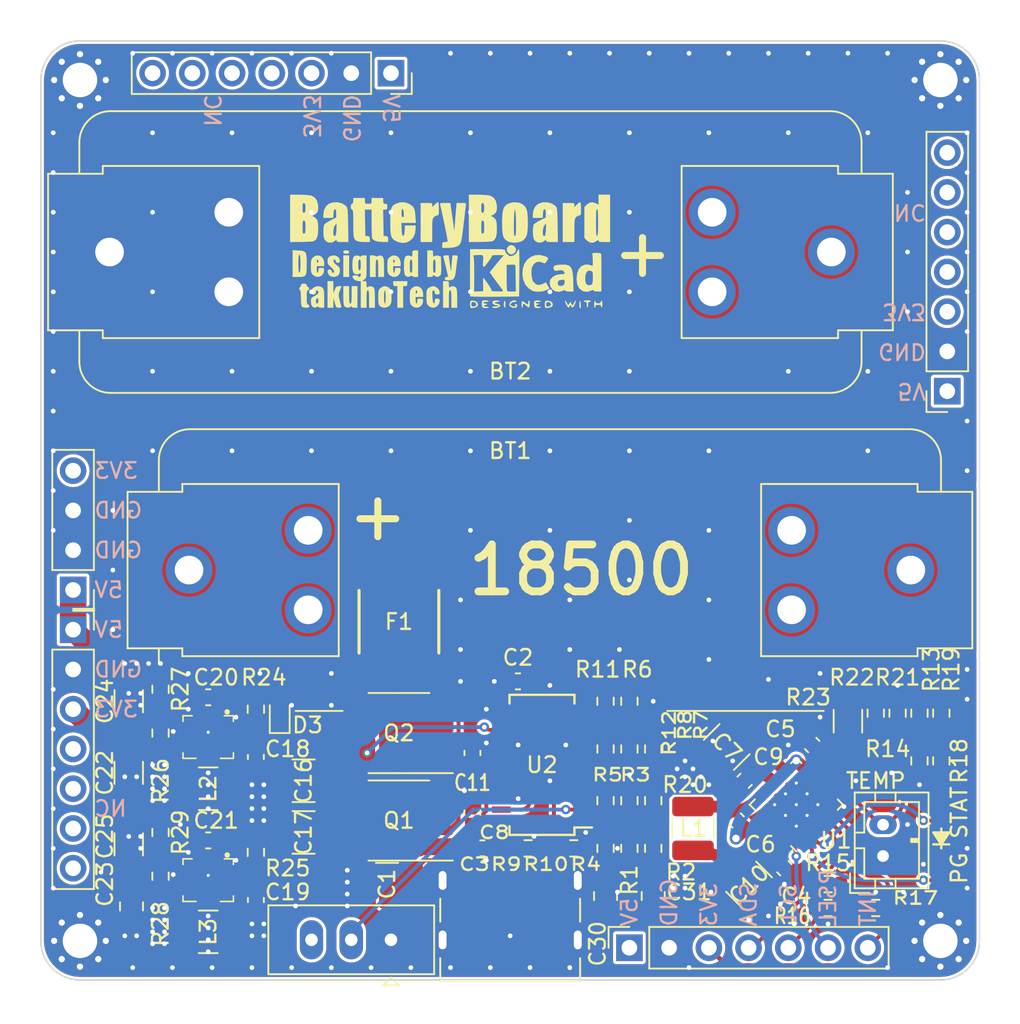
<source format=kicad_pcb>
(kicad_pcb (version 20211014) (generator pcbnew)
  (layers (0 "F.Cu" signal) (1 "In1.Cu" signal) (2 "In2.Cu" signal) (31 "B.Cu" signal) (34 "B.Paste" user) (35 "F.Paste" user) (36 "B.SilkS" user "B.Silkscreen") (37 "F.SilkS" user "F.Silkscreen") (38 "B.Mask" user) (39 "F.Mask" user) (44 "Edge.Cuts" user))
  (net 0 "")
  (net 1 "VBUS")
  (net 2 "GND")
  (net 3 "+5VREF")
  (net 4 "Net-(C6-Pad1)")
  (net 5 "SW")
  (net 6 "+BATT")
  (net 7 "/VS1")
  (net 8 "PMID")
  (net 9 "+5V")
  (net 10 "+3.3V")
  (net 11 "Net-(D1-Pad1)")
  (net 12 "Net-(D1-Pad2)")
  (net 13 "Net-(D2-Pad1)")
  (net 14 "Net-(D2-Pad2)")
  (net 15 "SDA")
  (net 16 "SCL")
  (net 17 "INT")
  (net 18 "PSEL")
  (net 19 "Net-(C9-Pad1)")
  (net 20 "/VS2")
  (net 21 "VDD")
  (net 22 "Net-(C20-Pad1)")
  (net 23 "TS")
  (net 28 "Net-(C21-Pad1)")
  (net 29 "Net-(BT1-Pad2)")
  (net 30 "MID")
  (net 31 "CBSET")
  (net 32 "CD")
  (net 33 "Net-(J1-PadA5)")
  (net 34 "Net-(J1-PadB5)")
  (net 43 "Net-(L2-Pad1)")
  (net 44 "Net-(L2-Pad2)")
  (net 45 "Net-(L3-Pad1)")
  (net 46 "Net-(L3-Pad2)")
  (net 47 "/G1")
  (net 48 "/G2")
  (net 49 "Net-(R1-Pad2)")
  (net 50 "Net-(R2-Pad2)")
  (net 51 "/UV1")
  (net 52 "/OV1")
  (net 53 "Net-(R11-Pad2)")
  (net 54 "Net-(R12-Pad2)")
  (net 55 "/UV2")
  (net 56 "/OV2")
  (net 57 "Net-(R20-Pad1)")
  (net 58 "Net-(R21-Pad2)")
  (net 59 "Net-(R24-Pad1)")
  (net 60 "Net-(R25-Pad1)")
  (net 61 "Net-(R26-Pad1)")
  (net 62 "Net-(R28-Pad1)")
  (net 65 "Net-(SW1-Pad2)")
  (net 66 "/VBUS_VALID")
  (net 67 "/VBAT_VALID")
  (net 72 "VBAT")
  (footprint "Capacitor_SMD:C_0805_2012Metric" (layer "F.Cu") (at 125.7938 125.2984 -90)
    (fp_text reference "C23")
    (fp_text value "10μF35V X5R 2012")
  )
  (footprint "Resistor_SMD:R_0603_1608Metric" (layer "F.Cu") (at 127.648 123.368 -90)
    (fp_text reference "R28")
    (fp_text value "470k")
  )
  (footprint "Capacitor_SMD:C_0603_1608Metric" (layer "F.Cu") (at 133.744 124.892 -90)
    (fp_text reference "C19")
    (fp_text value "1u")
  )
  (footprint "Resistor_SMD:R_0603_1608Metric" (layer "F.Cu") (at 156.096 112.192 -90)
    (fp_text reference "R11")
    (fp_text value "R_Small")
  )
  (footprint "Capacitor_SMD:C_0603_1608Metric" (layer "F.Cu") (at 164.986 117.272 -135)
    (fp_text reference "C9")
    (fp_text value "47p")
  )
  (footprint "Capacitor_SMD:C_0805_2012Metric" (layer "F.Cu") (at 156.096 124.638 90)
    (fp_text reference "C30")
    (fp_text value "4.7μF50V X7S 2012")
  )
  (footprint "Resistor_SMD:R_0603_1608Metric" (layer "F.Cu") (at 127.648 120.574 -90)
    (fp_text reference "R29")
    (fp_text value "150k")
  )
  (footprint "Capacitor_SMD:C_1210_3225Metric" (layer "F.Cu") (at 136.792 117.272 180)
    (fp_text reference "C16")
    (fp_text value "47μF16V X6S 3225")
  )
  (footprint "Resistor_SMD:R_0603_1608Metric" (layer "F.Cu") (at 157.62 118.542 90)
    (fp_text reference "R3")
    (fp_text value "R_Small")
  )
  (footprint "Capacitor_SMD:C_0603_1608Metric" (layer "F.Cu") (at 148.222 121.59)
    (fp_text reference "C3")
    (fp_text value "0.1u")
  )
  (footprint "Resistor_SMD:R_0603_1608Metric" (layer "F.Cu") (at 154.064 121.59)
    (fp_text reference "R10")
    (fp_text value "5.1k")
  )
  (footprint "Package_SO:SOIC-8_3.9x4.9mm_P1.27mm" (layer "F.Cu") (at 142.888 114.224 180)
    (fp_text reference "Q2")
    (fp_text value "FDS4935A")
  )
  (footprint "Resistor_SMD:R_0603_1608Metric" (layer "F.Cu") (at 157.62 115.24 -90)
    (fp_text reference "R8")
    (fp_text value "R_Small")
  )
  (footprint "Capacitor_SMD:C_1210_3225Metric" (layer "F.Cu") (at 165.266983 123.902983 -45)
    (fp_text reference "C10")
    (fp_text value "10μF100V X7S 3225")
  )
  (footprint "Button_Switch_THT_extlib:NKK_SS-12SDP2" (layer "F.Cu") (at 139.84 127.432 180)
    (fp_text reference "SW1" hide)
    (fp_text value "SW_SPDT")
  )
  (footprint "Battery_extlib:BatteryClip_Keystone_18500" (layer "F.Cu") (at 147.46 83.49 180)
    (fp_text reference "BT2")
    (fp_text value "BATT")
  )
  (footprint "Connector_PinSocket_2.54mm:PinSocket_1x07_P2.54mm_Vertical" (layer "F.Cu") (at 122.06 107.62)
    (fp_text reference "J5" hide)
    (fp_text value "Conn_01x07")
  )
  (footprint "Kicad_Akiyuki_Footprint:CUI_UJC-HP-3-SMT-TR" (layer "F.Cu") (at 150 123.641)
    (fp_text reference "J1" hide)
    (fp_text value "USB_C_Receptacle_USB2.0")
  )
  (footprint "Resistor_SMD:R_0603_1608Metric" (layer "F.Cu") (at 173.368 125.4 180)
    (fp_text reference "R17")
    (fp_text value "4.7k")
  )
  (footprint "Capacitor_SMD:C_0603_1608Metric" (layer "F.Cu") (at 169.304 114.986 135)
    (fp_text reference "C5")
    (fp_text value "4.7u")
  )
  (footprint "MountingHole:MountingHole_2.2mm_M2_Pad_Via" (layer "F.Cu") (at 177.5 127.5)
    (fp_text reference "H4" hide)
    (fp_text value "MH")
  )
  (footprint "Resistor_SMD:R_0603_1608Metric" (layer "F.Cu") (at 159.144 121.59 90)
    (fp_text reference "R2")
    (fp_text value "R_Small")
  )
  (footprint "Capacitor_SMD:C_1206_3216Metric" (layer "F.Cu") (at 125.616 116.764 -90)
    (fp_text reference "C22")
    (fp_text value "100μF10V X5R 3216")
  )
  (footprint "Resistor_SMD:R_0603_1608Metric" (layer "F.Cu") (at 173.368 112.954 -90)
    (fp_text reference "R22")
    (fp_text value "330")
  )
  (footprint "Resistor_SMD:R_1206_3216Metric" (layer "F.Cu") (at 171.59 113.462 -90)
    (fp_text reference "R23")
    (fp_text value "10(3216)")
  )
  (footprint "LED_SMD:LED_0603_1608Metric" (layer "F.Cu") (at 177.559 122.86 90)
    (fp_text reference "D2" hide)
    (fp_text value "PWRGOOD")
  )
  (footprint "Resistor_SMD:R_0603_1608Metric" (layer "F.Cu") (at 159.144 118.542 90)
    (fp_text reference "R20")
    (fp_text value "240k")
  )
  (footprint "Capacitor_SMD:C_1206_3216Metric" (layer "F.Cu") (at 125.616 121.336 90)
    (fp_text reference "C25")
    (fp_text value "220μF4V X6S 3216")
  )
  (footprint "Module_SparkFun_Buck-Boost:VQFN-15-HR(3X2.5)" (layer "F.Cu") (at 130.696 123.622 -90)
    (fp_text reference "U4" hide)
    (fp_text value "TPS63070")
  )
  (footprint "Capacitor_SMD:C_0603_1608Metric" (layer "F.Cu") (at 133.744 115.748 -90)
    (fp_text reference "C18")
    (fp_text value "1u")
  )
  (footprint "Inductor_SMD:L_1210_3225Metric" (layer "F.Cu") (at 161.684 120.32 -90)
    (fp_text reference "L1")
    (fp_text value "1uH")
  )
  (footprint "Resistor_SMD:R_0603_1608Metric" (layer "F.Cu") (at 174.765 112.954 -90)
    (fp_text reference "R21")
    (fp_text value "374")
  )
  (footprint "Capacitor_SMD:C_1210_3225Metric" (layer "F.Cu") (at 142.126 123.876 180)
    (fp_text reference "C1")
    (fp_text value "10μF100V X7S 3225")
  )
  (footprint "Resistor_SMD:R_0603_1608Metric" (layer "F.Cu") (at 156.096 118.542 -90)
    (fp_text reference "R5")
    (fp_text value "R_Small")
  )
  (footprint "Resistor_SMD:R_0603_1608Metric" (layer "F.Cu") (at 157.62 112.192 -90)
    (fp_text reference "R6")
    (fp_text value "R_Small")
  )
  (footprint "Resistor_SMD:R_0603_1608Metric" (layer "F.Cu") (at 177.559 116.002 90)
    (fp_text reference "R18")
    (fp_text value "1k")
  )
  (footprint "Battery_extlib:BatteryClip_Keystone_18500" (layer "F.Cu") (at 152.54 103.81)
    (fp_text reference "BT1")
    (fp_text value "BATT")
  )
  (footprint "Resistor_SMD:R_0603_1608Metric" (layer "F.Cu") (at 157.62 121.59 90)
    (fp_text reference "R1")
    (fp_text value "R_Small")
  )
  (footprint "Connector_PinSocket_2.54mm:PinSocket_1x07_P2.54mm_Vertical" (layer "F.Cu") (at 142.38 72.06 -90)
    (fp_text reference "J4" hide)
    (fp_text value "Conn_01x07")
  )
  (footprint "ASMDC300F_24-2:ASMDC300F_24-2" (layer "F.Cu") (at 142.888 107.11 90)
    (fp_text reference "F1")
    (fp_text value "ASMDC300F/24-2" hide)
  )
  (footprint "Resistor_SMD:R_0603_1608Metric" (layer "F.Cu") (at 177.559 112.954 -90)
    (fp_text reference "R19")
    (fp_text value "1k")
  )
  (footprint "LED_SMD:LED_0603_1608Metric" (layer "F.Cu") (at 177.559 119.05 90)
    (fp_text reference "D1" hide)
    (fp_text value "STAT")
  )
  (footprint "Resistor_SMD:R_0603_1608Metric" (layer "F.Cu") (at 176.162 112.954 90)
    (fp_text reference "R13")
    (fp_text value "5.11k")
  )
  (footprint "Connector_JST:JST_PH_B2B-PH-K_1x02_P2.00mm_Vertical" (layer "F.Cu") (at 173.834 122.082 90)
    (fp_text reference "J2" hide)
    (fp_text value "Thermistor")
  )
  (footprint "Connector_PinHeader_2.54mm:PinHeader_1x04_P2.54mm_Vertical" (layer "F.Cu") (at 122.06 105.08 180)
    (fp_text reference "J7" hide)
    (fp_text value "Power")
  )
  (footprint "Connector_PinSocket_2.54mm:PinSocket_1x07_P2.54mm_Vertical" (layer "F.Cu") (at 177.94 92.38 180)
    (fp_text reference "J6" hide)
    (fp_text value "Conn_01x07")
  )
  (footprint "Package_SO:SOIC-8_3.9x4.9mm_P1.27mm" (layer "F.Cu") (at 142.888 119.812 180)
    (fp_text reference "Q1")
    (fp_text value "FDS4935A")
  )
  (footprint "Connector_PinSocket_2.54mm:PinSocket_1x07_P2.54mm_Vertical" (layer "F.Cu") (at 157.62 127.94 90)
    (fp_text reference "J3" hide)
    (fp_text value "Conn_01x07")
  )
  (footprint "Resistor_SMD:R_0603_1608Metric" (layer "F.Cu") (at 127.648 114.224 -90)
    (fp_text reference "R26")
    (fp_text value "680k")
  )
  (footprint "MountingHole:MountingHole_2.2mm_M2_Pad_Via" (layer "F.Cu") (at 122.5 127.5)
    (fp_text reference "H3" hide)
    (fp_text value "MH")
  )
  (footprint "Inductor_SMD:L_1210_3225Metric" (layer "F.Cu") (at 130.696 117.78 180)
    (fp_text reference "L2")
    (fp_text value "1uH")
  )
  (footprint "LOGO:Logo_BatteryBoard" (layer "F.Cu") (at 146.825 83.49)
    (fp_text reference "G***" hide)
    (fp_text value "LOGO" hide)
  )
  (footprint "Capacitor_SMD:C_0603_1608Metric" (layer "F.Cu") (at 164.478 119.812 135)
    (fp_text reference "C6")
    (fp_text value "0.047u")
  )
  (footprint "Resistor_SMD:R_0603_1608Metric" (layer "F.Cu") (at 156.096 115.24 90)
    (fp_text reference "R12")
    (fp_text value "R_Small")
  )
  (footprint "Diode_SMD_extlib:ESDA13P70-1U1M" (layer "F.Cu") (at 135.268 113.081 90)
    (fp_text reference "D3")
    (fp_text value "ESDA13P70-1U1M")
  )
  (footprint "Resistor_SMD:R_0603_1608Metric" (layer "F.Cu") (at 170.32 125.4)
    (fp_text reference "R16")
    (fp_text value "4.7k")
  )
  (footprint "Capacitor_SMD:C_1210_3225Metric" (layer "F.Cu") (at 136.792 120.574 180)
    (fp_text reference "C17")
    (fp_text value "47μF16V X6S 3225")
  )
  (footprint "Inductor_SMD:L_1210_3225Metric" (layer "F.Cu") (at 130.696 126.924 180)
    (fp_text reference "L3")
    (fp_text value "1uH")
  )
  (footprint "Capacitor_SMD:C_0603_1608Metric" (layer "F.Cu") (at 150.495 110.922 180)
    (fp_text reference "C2")
    (fp_text value "0.1u")
  )
  (footprint "MountingHole:MountingHole_2.2mm_M2_Pad_Via" (layer "F.Cu") (at 122.5 72.5)
    (fp_text reference "H2" hide)
    (fp_text value "MH")
  )
  (footprint "Capacitor_SMD:C_1206_3216Metric" (layer "F.Cu") (at 125.616 112.192 90)
    (fp_text reference "C24")
    (fp_text value "100μF10V X5R 3216")
  )
  (footprint "Package_DFN_QFN:VQFN-24-1EP_4x4mm_P0.5mm_EP2.45x2.45mm_ThermalVias" (layer "F.Cu") (at 168.288 118.796 135)
    (fp_text reference "U1")
    (fp_text value "BQ25887RGER")
  )
  (footprint "Capacitor_SMD:C_0603_1608Metric" (layer "F.Cu") (at 147.587 115.494 90)
    (fp_text reference "C11")
    (fp_text value "0.1u")
  )
  (footprint "Capacitor_SMD:C_0805_2012Metric" (layer "F.Cu") (at 159.144 124.638 90)
    (fp_text reference "C31")
    (fp_text value "4.7μF50V X7S 2012")
  )
  (footprint "Module_SparkFun_Buck-Boost:VQFN-15-HR(3X2.5)" (layer "F.Cu") (at 130.696 114.478 -90)
    (fp_text reference "U3" hide)
    (fp_text value "TPS63070")
  )
  (footprint "Resistor_SMD:R_0603_1608Metric" (layer "F.Cu") (at 170.32 123.876)
    (fp_text reference "R15")
    (fp_text value "4.7k")
  )
  (footprint "Resistor_SMD:R_0603_1608Metric" (layer "F.Cu") (at 156.096 121.59 90)
    (fp_text reference "R4")
    (fp_text value "R_Small")
  )
  (footprint "Capacitor_SMD:C_1210_3225Metric" (layer "F.Cu") (at 163.843 115.113 -135)
    (fp_text reference "C7")
    (fp_text value "10μF100V X7S 3225")
  )
  (footprint "Resistor_SMD:R_0603_1608Metric" (layer "F.Cu") (at 133.744 121.844 -90)
    (fp_text reference "R25")
    (fp_text value "10k")
  )
  (footprint "Capacitor_SMD:C_0603_1608Metric" (layer "F.Cu") (at 167.526 122.86 -45)
    (fp_text reference "C4")
    (fp_text value "1u")
  )
  (footprint "Capacitor_SMD:C_0603_1608Metric" (layer "F.Cu") (at 130.696 111.938 180)
    (fp_text reference "C20")
    (fp_text value "0.1u")
  )
  (footprint "MountingHole:MountingHole_2.2mm_M2_Pad_Via" (layer "F.Cu") (at 177.5 72.5)
    (fp_text reference "H1" hide)
    (fp_text value "MH")
  )
  (footprint "Resistor_SMD:R_0603_1608Metric" (layer "F.Cu") (at 151.143 121.59)
    (fp_text reference "R9")
    (fp_text value "5.1k")
  )
  (footprint "Resistor_SMD:R_0603_1608Metric" (layer "F.Cu") (at 133.744 112.7 -90)
    (fp_text reference "R24")
    (fp_text value "10k")
  )
  (footprint "Capacitor_SMD:C_0603_1608Metric" (layer "F.Cu") (at 130.696 121.082 180)
    (fp_text reference "C21")
    (fp_text value "0.1u")
  )
  (footprint "Capacitor_SMD:C_0603_1608Metric" (layer "F.Cu") (at 147.587 119.304 90)
    (fp_text reference "C8")
    (fp_text value "0.1u")
  )
  (footprint "Resistor_SMD:R_0603_1608Metric" (layer "F.Cu") (at 176.162 116.002 90)
    (fp_text reference "R14")
    (fp_text value "30k")
  )
  (footprint "Package_SO:SSOP-24_3.9x8.7mm_P0.635mm" (layer "F.Cu") (at 152.032 116.256 180)
    (fp_text reference "U2")
    (fp_text value "LTC4417CGN")
  )
  (footprint "Resistor_SMD:R_0603_1608Metric" (layer "F.Cu") (at 159.144 115.24 -90)
    (fp_text reference "R7")
    (fp_text value "R_Small")
  )
  (footprint "Resistor_SMD:R_0603_1608Metric" (layer "F.Cu") (at 127.648 111.43 -90)
    (fp_text reference "R27")
    (fp_text value "130k")
  )
  (gr_poly (pts (xy 177.559 121.336) (xy 177.051 120.574) (xy 178.067 120.574)) (layer "F.SilkS") (width 0.15) (fill solid))
  (gr_line (start 177.051 121.336) (end 178.067 121.336) (layer "F.SilkS") (width 0.15))
  (gr_line (start 177.559 120.32) (end 177.559 121.59) (layer "F.SilkS") (width 0.15))
  (gr_arc (start 122.5 130) (mid 120.732233 129.267767) (end 120 127.5) (layer "Edge.Cuts") (width 0.1))
  (gr_line (start 150 70) (end 122.5 70) (layer "Edge.Cuts") (width 0.1))
  (gr_arc (start 120 72.5) (mid 120.732233 70.732233) (end 122.5 70) (layer "Edge.Cuts") (width 0.1))
  (gr_arc (start 180 127.5) (mid 179.267767 129.267767) (end 177.5 130) (layer "Edge.Cuts") (width 0.1))
  (gr_line (start 122.5 130) (end 177.5 130) (layer "Edge.Cuts") (width 0.1))
  (gr_line (start 120 72.5) (end 120 127.5) (layer "Edge.Cuts") (width 0.1))
  (gr_arc (start 177.5 70) (mid 179.267767 70.732233) (end 180 72.5) (layer "Edge.Cuts") (width 0.1))
  (gr_line (start 180 127.5) (end 180 72.5) (layer "Edge.Cuts") (width 0.1))
  (gr_line (start 150 70) (end 177.5 70) (layer "Edge.Cuts") (width 0.1))
  (gr_text "INT" (at 172.86 126.67 90) (layer "B.SilkS") (effects (font (size 1 1)) (justify right mirror)))
  (gr_text "5V" (at 157.62 126.67 90) (layer "B.SilkS") (effects (font (size 1 1)) (justify right mirror)))
  (gr_text "GND" (at 123.33 110.16) (layer "B.SilkS") (effects (font (size 1 1)) (justify right mirror)))
  (gr_text "5V" (at 123.33 107.62) (layer "B.SilkS") (effects (font (size 1 1)) (justify right mirror)))
  (gr_text "GND" (at 176.67 89.84 180) (layer "B.SilkS") (effects (font (size 1 1)) (justify right mirror)))
  (gr_text "SDA" (at 165.24 126.67 90) (layer "B.SilkS") (effects (font (size 1 1)) (justify right mirror)))
  (gr_text "5V" (at 142.38 73.33 270) (layer "B.SilkS") (effects (font (size 1 1)) (justify right mirror)))
  (gr_text "PSEL" (at 170.32 126.67 90) (layer "B.SilkS") (effects (font (size 1 1)) (justify right mirror)))
  (gr_text "3V3" (at 123.33 97.46) (layer "B.SilkS") (effects (font (size 1 1)) (justify right mirror)))
  (gr_text "5V" (at 176.67 92.38 180) (layer "B.SilkS") (effects (font (size 1 1)) (justify right mirror)))
  (gr_text "3V3" (at 137.3 73.33 270) (layer "B.SilkS") (effects (font (size 1 1)) (justify right mirror)))
  (gr_text "3V3" (at 176.67 87.3 180) (layer "B.SilkS") (effects (font (size 1 1)) (justify right mirror)))
  (gr_text "GND" (at 123.33 100) (layer "B.SilkS") (effects (font (size 1 1)) (justify right mirror)))
  (gr_text "3V3" (at 162.7 126.67 90) (layer "B.SilkS") (effects (font (size 1 1)) (justify right mirror)))
  (gr_text "3V3" (at 123.33 112.7) (layer "B.SilkS") (effects (font (size 1 1)) (justify right mirror)))
  (gr_text "NC" (at 123.33 119.05) (layer "B.SilkS") (effects (font (size 1 1)) (justify right mirror)))
  (gr_text "NC" (at 130.95 73.33 270) (layer "B.SilkS") (effects (font (size 1 1)) (justify right mirror)))
  (gr_text "5V" (at 123.33 105.08) (layer "B.SilkS") (effects (font (size 1 1)) (justify right mirror)))
  (gr_text "SCL" (at 167.78 126.67 90) (layer "B.SilkS") (effects (font (size 1 1)) (justify right mirror)))
  (gr_text "NC" (at 176.67 80.95 180) (layer "B.SilkS") (effects (font (size 1 1)) (justify right mirror)))
  (gr_text "GND" (at 139.84 73.33 270) (layer "B.SilkS") (effects (font (size 1 1)) (justify right mirror)))
  (gr_text "GND" (at 123.33 102.54) (layer "B.SilkS") (effects (font (size 1 1)) (justify right mirror)))
  (gr_text "GND" (at 160.16 126.67 90) (layer "B.SilkS") (effects (font (size 1 1)) (justify right mirror)))
  (gr_text "PG" (at 178.702 122.86 90) (layer "F.SilkS") (effects (font (size 1 1))))
  (gr_text "STAT" (at 178.702 119.304 90) (layer "F.SilkS") (effects (font (size 1 1))))
  (gr_text "TEMP" (at 173.368 117.272) (layer "F.SilkS") (effects (font (size 1 1))))
  (segment (start 144.6 125.588) (end 156.096 125.588) (width 1.5) (layer "F.Cu") (net 1))
  (segment (start 166.977992 122.311992) (end 166.977992 121.166668) (width 0.35) (layer "F.Cu") (net 1))
  (segment (start 148.48 123.641) (end 148.48 125.588) (width 0.8) (layer "F.Cu") (net 1))
  (segment (start 147.447 121.603) (end 146.698 122.352) (width 0.25) (layer "F.Cu") (net 1))
  (segment (start 147.46 121.59) (end 148.476 120.574) (width 0.25) (layer "F.Cu") (net 1))
  (segment (start 166.977992 122.311992) (end 163.701984 125.588) (width 1) (layer "F.Cu") (net 1))
  (segment (start 143.601 123.876) (end 143.601 124.589) (width 1.5) (layer "F.Cu") (net 1))
  (segment (start 148.476 120.574) (end 149.111 120.574) (width 0.25) (layer "F.Cu") (net 1))
  (segment (start 147.447 121.59) (end 147.46 121.59) (width 0.25) (layer "F.Cu") (net 1))
  (segment (start 146.698 122.352) (end 144.539 122.352) (width 0.25) (layer "F.Cu") (net 1))
  (segment (start 143.601 124.589) (end 144.6 125.588) (width 1.5) (layer "F.Cu") (net 1))
  (segment (start 149.432 120.253) (end 149.432 119.7485) (width 0.25) (layer "F.Cu") (net 1))
  (segment (start 166.977992 121.166668) (end 167.572625 120.572035) (width 0.35) (layer "F.Cu") (net 1))
  (segment (start 144.539 122.352) (end 143.601 123.29) (width 0.25) (layer "F.Cu") (net 1))
  (segment (start 157.432 125.588) (end 156.096 125.588) (width 1) (layer "F.Cu") (net 1))
  (segment (start 163.701984 125.588) (end 157.432 125.588) (width 1) (layer "F.Cu") (net 1))
  (segment (start 143.601 123.29) (end 143.601 123.876) (width 0.25) (layer "F.Cu") (net 1))
  (segment (start 147.447 121.59) (end 147.447 121.603) (width 0.25) (layer "F.Cu") (net 1))
  (segment (start 149.111 120.574) (end 149.432 120.253) (width 0.25) (layer "F.Cu") (net 1))
  (segment (start 151.52 123.641) (end 151.52 125.588) (width 0.8) (layer "F.Cu") (net 1))
  (segment (start 157.62 122.415) (end 157.62 125.588) (width 0.25) (layer "F.Cu") (net 1))
  (segment (start 130.696 124.222) (end 130.696 125.908) (width 0.35) (layer "F.Cu") (net 2))
  (segment (start 130.696 115.078) (end 130.696 116.764) (width 0.35) (layer "F.Cu") (net 2))
  (via (at 146.19 129.21) (size 0.6) (drill 0.3) (layers "F.Cu" "B.Cu") (net 2))
  (via (at 127.14 126.924) (size 0.6) (drill 0.3) (layers "F.Cu" "B.Cu") (net 2))
  (via (at 147.46 80.95) (size 0.6) (drill 0.3) (layers "F.Cu" "B.Cu") (net 2))
  (via (at 148.476 114.859) (size 0.6) (drill 0.3) (layers "F.Cu" "B.Cu") (net 2))
  (via (at 139.586 125.273) (size 0.6) (drill 0.3) (layers "F.Cu" "B.Cu") (net 2))
  (via (at 137.3 75.87) (size 0.6) (drill 0.3) (layers "F.Cu" "B.Cu") (net 2))
  (via (at 176.162 117.526) (size 0.6) (drill 0.3) (layers "F.Cu" "B.Cu") (net 2))
  (via (at 127.14 96.19) (size 0.6) (drill 0.3) (layers "F.Cu" "B.Cu") (net 2))
  (via (at 134.252 118.288) (size 0.6) (drill 0.3) (layers "F.Cu" "B.Cu") (net 2))
  (via (at 147.46 86.03) (size 0.6) (drill 0.3) (layers "F.Cu" "B.Cu") (net 2))
  (via (at 126.378 112.446) (size 0.6) (drill 0.3) (layers "F.Cu" "B.Cu") (net 2))
  (via (at 132.22 91.11) (size 0.6) (drill 0.3) (layers "F.Cu" "B.Cu") (net 2))
  (via (at 125.87 70.79) (size 0.6) (drill 0.3) (layers "F.Cu" "B.Cu") (net 2))
  (via (at 167.526 123.876) (size 0.6) (drill 0.3) (layers "F.Cu" "B.Cu") (net 2))
  (via (at 124.6 107.62) (size 0.6) (drill 0.3) (layers "F.Cu" "B.Cu") (net 2))
  (via (at 174.13 70.79) (size 0.6) (drill 0.3) (layers "F.Cu" "B.Cu") (net 2))
  (via (at 120.79 78.41) (size 0.6) (drill 0.3) (layers "F.Cu" "B.Cu") (net 2))
  (via (at 126.124 117.018) (size 0.6) (drill 0.3) (layers "F.Cu" "B.Cu") (net 2))
  (via (at 179.21 112.065) (size 0.6) (drill 0.3) (layers "F.Cu" "B.Cu") (net 2))
  (via (at 152.54 117.272) (size 0.6) (drill 0.3) (layers "F.Cu" "B.Cu") (net 2))
  (via (at 142.38 80.95) (size 0.6) (drill 0.3) (layers "F.Cu" "B.Cu") (net 2))
  (via (at 175.4 83.49) (size 0.6) (drill 0.3) (layers "F.Cu" "B.Cu") (net 2))
  (via (at 130.696 118.288) (size 0.6) (drill 0.3) (layers "F.Cu" "B.Cu") (net 2))
  (via (at 127.14 91.11) (size 0.6) (drill 0.3) (layers "F.Cu" "B.Cu") (net 2))
  (via (at 127.902 127.686) (size 0.6) (drill 0.3) (layers "F.Cu" "B.Cu") (net 2))
  (via (at 175.4 79.68) (size 0.6) (drill 0.3) (layers "F.Cu" "B.Cu") (net 2))
  (via (at 152.54 91.11) (size 0.6) (drill 0.3) (layers "F.Cu" "B.Cu") (net 2))
  (via (at 142.38 96.19) (size 0.6) (drill 0.3) (layers "F.Cu" "B.Cu") (net 2))
  (via (at 132.474 113.208) (size 0.6) (drill 0.3) (layers "F.Cu" "B.Cu") (net 2))
  (via (at 152.54 111.176) (size 0.6) (drill 0.3) (layers "F.Cu" "B.Cu") (net 2))
  (via (at 129.426 112.7) (size 0.6) (drill 0.3) (layers "F.Cu" "B.Cu") (net 2))
  (via (at 125.362 117.018) (size 0.6) (drill 0.3) (layers "F.Cu" "B.Cu") (net 2))
  (via (at 129.426 110.414) (size 0.6) (drill 0.3) (layers "F.Cu" "B.Cu") (net 2))
  (via (at 161.684 117.526) (size 0.6) (drill 0.3) (layers "F.Cu" "B.Cu") (net 2))
  (via (at 153.81 129.21) (size 0.6) (drill 0.3) (layers "F.Cu" "B.Cu") (net 2))
  (via (at 153.81 105.715) (size 0.6) (drill 0.3) (layers "F.Cu" "B.Cu") (net 2))
  (via (at 162.954 114.732) (size 0.6) (drill 0.3) (layers "F.Cu" "B.Cu") (net 2))
  (via (at 151.524 120.828) (size 0.6) (drill 0.3) (layers "F.Cu" "B.Cu") (net 2))
  (via (at 127.902 116.256) (size 0.6) (drill 0.3) (layers "F.Cu" "B.Cu") (net 2))
  (via (at 156.985 108.89) (size 0.6) (drill 0.3) (layers "F.Cu" "B.Cu") (net 2))
  (via (at 127.902 126.924) (size 0.6) (drill 0.3) (layers "F.Cu" "B.Cu") (net 2))
  (via (at 157.62 116.891) (size 0.6) (drill 0.3) (layers "F.Cu" "B.Cu") (net 2))
  (via (at 138.57 110.414) (size 0.6) (drill 0.3) (layers "F.Cu" "B.Cu") (net 2))
  (via (at 143.65 129.21) (size 0.6) (drill 0.3) (layers "F.Cu" "B.Cu") (net 2))
  (via (at 127.14 116.256) (size 0.6) (drill 0.3) (layers "F.Cu" "B.Cu") (net 2))
  (via (at 120.79 88.57) (size 0.6) (drill 0.3) (layers "F.Cu" "B.Cu") (net 2))
  (via (at 161.684 116.51) (size 0.6) (drill 0.3) (layers "F.Cu" "B.Cu") (net 2))
  (via (at 130.696 128.194) (size 0.6) (drill 0.3) (layers "F.Cu" "B.Cu") (net 2))
  (via (at 162.192 117.018) (size 0.6) (drill 0.3) (layers "F.Cu" "B.Cu") (net 2))
  (via (at 134.252 119.05) (size 0.6) (drill 0.3) (layers "F.Cu" "B.Cu") (net 2))
  (via (at 130.696 117.526) (size 0.6) (drill 0.3) (layers "F.Cu" "B.Cu") (net 2))
  (via (at 165.24 126.162) (size 0.6) (drill 0.3) (layers "F.Cu" "B.Cu") (net 2))
  (via (at 134.252 127.178) (size 0.6) (drill 0.3) (layers "F.Cu" "B.Cu") (net 2))
  (via (at 147.079 117.907) (size 0.6) (drill 0.3) (layers "F.Cu" "B.Cu") (net 2))
  (via (at 170.32 126.416) (size 0.6) (drill 0.3) (layers "F.Cu" "B.Cu") (net 2))
  (via (at 126.378 121.59) (size 0.6) (drill 0.3) (layers "F.Cu" "B.Cu") (net 2))
  (via (at 148.476 112.7) (size 0.6) (drill 0.3) (layers "F.Cu" "B.Cu") (net 2))
  (via (at 179.21 94.285) (size 0.6) (drill 0.3) (layers "F.Cu" "B.Cu") (net 2))
  (via (at 179.21 78.41) (size 0.6) (drill 0.3) (layers "F.Cu" "B.Cu") (net 2))
  (via (at 167.78 114.986) (size 0.6) (drill 0.3) (layers "F.Cu" "B.Cu") (net 2))
  (via (at 127.14 127.686) (size 0.6) (drill 0.3) (layers "F.Cu" "B.Cu") (net 2))
  (via (at 179.21 88.57) (size 0.6) (drill 0.3) (layers "F.Cu" "B.Cu") (net 2))
  (via (at 127.14 86.03) (size 0.6) (drill 0.3) (layers "F.Cu" "B.Cu") (net 2))
  (via (at 127.14 126.162) (size 0.6) (drill 0.3) (layers "F.Cu" "B.Cu") (net 2))
  (via (at 127.902 126.162) (size 0.6) (drill 0.3) (layers "F.Cu" "B.Cu") (net 2))
  (via (at 147.46 96.19) (size 0.6) (drill 0.3) (layers "F.Cu" "B.Cu") (net 2))
  (via (at 157.62 86.03) (size 0.6) (drill 0.3) (layers "F.Cu" "B.Cu") (net 2))
  (via (at 127.14 80.95) (size 0.6) (drill 0.3) (layers "F.Cu" "B.Cu") (net 2))
  (via (at 176.416 122.606) (size 0.6) (drill 0.3) (layers "F.Cu" "B.Cu") (net 2))
  (via (at 153.556 114.986) (size 0.6) (drill 0.3) (layers "F.Cu" "B.Cu") (net 2))
  (via (at 160.414 123.368) (size 0.6) (drill 0.3) (layers "F.Cu" "B.Cu") (net 2))
  (via (at 172.86 91.11) (size 0.6) (drill 0.3) (layers "F.Cu" "B.Cu") (net 2))
  (via (at 163.97 70.79) (size 0.6) (drill 0.3) (layers "F.Cu" "B.Cu") (net 2))
  (via (at 125.362 109.779) (size 0.6) (drill 0.3) (layers "F.Cu" "B.Cu") (net 2))
  (via (at 120.79 116.51) (size 0.6) (drill 0.3) (layers "F.Cu" "B.Cu") (net 2))
  (via (at 157.62 100.635) (size 0.6) (drill 0.3) (layers "F.Cu" "B.Cu") (net 2))
  (via (at 150.508 114.986) (size 0.6) (drill 0.3) (layers "F.Cu" "B.Cu") (net 2))
  (via (at 127.902 118.542) (size 0.6) (drill 0.3) (layers "F.Cu" "B.Cu") (net 2))
  (via (at 125.87 129.21) (size 0.6) (drill 0.3) (layers "F.Cu" "B.Cu") (net 2))
  (via (at 136.284 125.273) (size 0.6) (drill 0.3) (layers "F.Cu" "B.Cu") (net 2))
  (via (at 142.38 91.11) (size 0.6) (drill 0.3) (layers "F.Cu" "B.Cu") (net 2))
  (via (at 166.51 125.908) (size 0.6) (drill 0.3) (layers "F.Cu" "B.Cu") (net 2))
  (via (at 171.6408 122.6568) (size 0.6) (drill 0.3) (layers "F.Cu" "B.Cu") (net 2))
  (via (at 164.224 116.002) (size 0.6) (drill 0.3) (layers "F.Cu" "B.Cu") (net 2))
  (via (at 126.886 109.779) (size 0.6) (drill 0.3) (layers "F.Cu" "B.Cu") (net 2))
  (via (at 137.3 96.19) (size 0.6) (drill 0.3) (layers "F.Cu" "B.Cu") (net 2))
  (via (at 179.21 110.16) (size 0.6) (drill 0.3) (layers "F.Cu" "B.Cu") (net 2))
  (via (at 162.7 96.19) (size 0.6) (drill 0.3) (layers "F.Cu" "B.Cu") (net 2))
  (via (at 136.03 112.446) (size 0.6) (drill 0.3) (layers "F.Cu" "B.Cu") (net 2))
  (via (at 125.616 120.828) (size 0.6) (drill 0.3) (layers "F.Cu" "B.Cu") (net 2))
  (via (at 139.586 124.511) (size 0.6) (drill 0.3) (layers "F.Cu" "B.Cu") (net 2))
  (via (at 162.7 101.27) (size 0.6) (drill 0.3) (layers "F.Cu" "B.Cu") (net 2))
  (via (at 157.62 91.11) (size 0.6) (drill 0.3) (layers "F.Cu" "B.Cu") (net 2))
  (via (at 127.14 75.87) (size 0.6) (drill 0.3) (layers "F.Cu" "B.Cu") (net 2))
  (via (at 148.984 110.922) (size 0.6) (drill 0.3) (layers "F.Cu" "B.Cu") (net 2))
  (via (at 137.3 86.03) (size 0.6) (drill 0.3) (layers "F.Cu" "B.Cu") (net 2))
  (via (at 159.144 112.192) (size 0.6) (drill 0.3) (layers "F.Cu" "B.Cu") (net 2))
  (via (at 148.73 129.21) (size 0.6) (drill 0.3) (layers "F.Cu" "B.Cu") (net 2))
  (via (at 120.79 83.49) (size 0.6) (drill 0.3) (layers "F.Cu" "B.Cu") (net 2))
  (via (at 169.812 113.208) (size 0.6) (drill 0.3) (layers "F.Cu" "B.Cu") (net 2))
  (via (at 161.43 129.21) (size 0.6) (drill 0.3) (layers "F.Cu" "B.Cu") (net 2))
  (via (at 167.78 75.87) (size 0.6) (drill 0.3) (layers "F.Cu" "B.Cu") (net 2))
  (via (at 162.7 109.525) (size 0.6) (drill 0.3) (layers "F.Cu" "B.Cu") (net 2))
  (via (at 124.6 103.81) (size 0.6) (drill 0.3) (layers "F.Cu" "B.Cu") (net 2))
  (via (at 157.62 75.87) (size 0.6) (drill 0.3) (layers "F.Cu" "B.Cu") (net 2))
  (via (at 152.54 86.03) (size 0.6) (drill 0.3) (layers "F.Cu" "B.Cu") (net 2))
  (via (at 134.252 126.416) (size 0.6) (drill 0.3) (layers "F.Cu" "B.Cu") (net 2))
  (via (at 161.176 117.018) (size 0.6) (drill 0.3) (layers "F.Cu" "B.Cu") (net 2))
  (via (at 146.825 108.89) (size 0.6) (drill 0.3) (layers "F.Cu" "B.Cu") (net 2))
  (via (at 120.79 75.87) (size 0.6) (drill 0.3) (layers "F.Cu" "B.Cu") (net 2))
  (via (at 126.378 120.828) (size 0.6) (drill 0.3) (layers "F.Cu" "B.Cu") (net 2))
  (via (at 120.79 101.27) (size 0.6) (drill 0.3) (layers "F.Cu" "B.Cu") (net 2))
  (via (at 173.368 124.384) (size 0.6) (drill 0.3) (layers "F.Cu" "B.Cu") (net 2))
  (via (at 137.3 91.11) (size 0.6) (drill 0.3) (layers "F.Cu" "B.Cu") (net 2))
  (via (at 130.95 129.21) (size 0.6) (drill 0.3) (layers "F.Cu" "B.Cu") (net 2))
  (via (at 120.79 96.19) (size 0.6) (drill 0.3) (layers "F.Cu" "B.Cu") (net 2))
  (via (at 128.4608 123.2664) (size 0.6) (drill 0.3) (layers "F.Cu" "B.Cu") (net 2))
  (via (at 153.81 108.89) (size 0.6) (drill 0.3) (layers "F.Cu" "B.Cu") (net 2))
  (via (at 123.838 123.114) (size 0.6) (drill 0.3) (layers "F.Cu" "B.Cu") (net 2))
  (via (at 152.54 80.95) (size 0.6) (drill 0.3) (layers "F.Cu" "B.Cu") (net 2))
  (via (at 142.38 75.87) (size 0.6) (drill 0.3) (layers "F.Cu" "B.Cu") (net 2))
  (via (at 169.05 70.79) (size 0.6) (drill 0.3) (layers "F.Cu" "B.Cu") (net 2))
  (via (at 162.7 75.87) (size 0.6) (drill 0.3) (layers "F.Cu" "B.Cu") (net 2))
  (via (at 132.22 75.87) (size 0.6) (drill 0.3) (layers "F.Cu" "B.Cu") (net 2))
  (via (at 150.508 118.415) (size 0.6) (drill 0.3) (layers "F.Cu" "B.Cu") (net 2))
  (via (at 151.27 129.21) (size 0.6) (drill 0.3) (layers "F.Cu" "B.Cu") (net 2))
  (via (at 152.54 96.19) (size 0.6) (drill 0.3) (layers "F.Cu" "B.Cu") (net 2))
  (via (at 138.57 129.21) (size 0.6) (drill 0.3) (layers "F.Cu" "B.Cu") (net 2))
  (via (at 130.95 70.79) (size 0.6) (drill 0.3) (layers "F.Cu" "B.Cu") (net 2))
  (via (at 126.124 127.178) (size 0.6) (drill 0.3) (layers "F.Cu" "B.Cu") (net 2))
  (via (at 130.696 119.05) (size 0.6) (drill 0.3) (layers "F.Cu" "B.Cu") (net 2))
  (via (at 172.098 117.272) (size 0.6) (drill 0.3) (layers "F.Cu" "B.Cu") (net 2))
  (via (at 120.79 124.13) (size 0.6) (drill 0.3) (layers "F.Cu" "B.Cu") (net 2))
  (via (at 132.22 96.19) (size 0.6) (drill 0.3) (layers "F.Cu" "B.Cu") (net 2))
  (via (at 161.43 70.79) (size 0.6) (drill 0.3) (layers "F.Cu" "B.Cu") (net 2))
  (via (at 147.46 91.11) (size 0.6) (drill 0.3) (layers "F.Cu" "B.Cu") (net 2))
  (via (at 156.858 121.59) (size 0.6) (drill 0.3) (layers "F.Cu" "B.Cu") (net 2))
  (via (at 172.86 96.19) (size 0.6) (drill 0.3) (layers "F.Cu" "B.Cu") (net 2))
  (via (at 130.696 123.3172) (size 0.5) (drill 0.2) (layers "F.Cu" "B.Cu") (net 2))
  (via (at 130.696 127.432) (size 0.6) (drill 0.3) (layers "F.Cu" "B.Cu") (net 2))
  (via (at 179.21 86.03) (size 0.6) (drill 0.3) (layers "F.Cu" "B.Cu") (net 2))
  (via (at 166.51 70.79) (size 0.6) (drill 0.3) (layers "F.Cu" "B.Cu") (net 2))
  (via (at 133.49 119.05) (size 0.6) (drill 0.3) (layers "F.Cu" "B.Cu") (net 2))
  (via (at 169.812 110.414) (size 0.6) (drill 0.3) (layers "F.Cu" "B.Cu") (net 2))
  (via (at 128.918 120.066) (size 0.6) (drill 0.3) (layers "F.Cu" "B.Cu") (net 2))
  (via (at 158.89 70.79) (size 0.6) (drill 0.3) (layers "F.Cu" "B.Cu") (net 2))
  (via (at 127.14 118.542) (size 0.6) (drill 0.3) (layers "F.Cu" "B.Cu") (net 2))
  (via (at 161.176 116.002) (size 0.6) (drill 0.3) (layers "F.Cu" "B.Cu") (net 2))
  (via (at 152.54 101.27) (size 0.6) (drill 0.3) (layers "F.Cu" "B.Cu") (net 2))
  (via (at 147.46 101.27) (size 0.6) (drill 0.3) (layers "F.Cu" "B.Cu") (net 2))
  (via (at 157.62 104.445) (size 0.6) (drill 0.3) (layers "F.Cu" "B.Cu") (net 2))
  (via (at 139.586 122.987) (size 0.6) (drill 0.3) (layers "F.Cu" "B.Cu") (net 2))
  (via (at 127.902 117.78) (size 0.6) (drill 0.3) (layers "F.Cu" "B.Cu") (net 2))
  (via (at 130.696 116.764) (size 0.6) (drill 0.3) (layers "F.Cu" "B.Cu") (net 2))
  (via (at 120.79 80.95) (size 0.6) (drill 0.3) (layers "F.Cu" "B.Cu") (net 2))
  (via (at 174.13 129.21) (size 0.6) (drill 0.3) (layers "F.Cu" "B.Cu") (net 2))
  (via (at 175.4 87.3) (size 0.6) (drill 0.3) (layers "F.Cu" "B.Cu") (net 2))
  (via (at 127.14 117.78) (size 0.6) (drill 0.3) (layers "F.Cu" "B.Cu") (net 2))
  (via (at 179.21 75.87) (size 0.6) (drill 0.3) (layers "F.Cu" "B.Cu") (net 2))
  (via (at 130.696 125.908) (size 0.6) (drill 0.3) (layers "F.Cu" "B.Cu") (net 2))
  (via (at 171.336 118.923) (size 0.6) (drill 0.3) (layers "F.Cu" "B.Cu") (net 2))
  (via (at 127.14 117.018) (size 0.6) (drill 0.3) (layers "F.Cu" "B.Cu") (net 2))
  (via (at 179.21 121.59) (size 0.6) (drill 0.3) (layers "F.Cu" "B.Cu") (net 2))
  (via (at 157.62 80.95) (size 0.6) (drill 0.3) (layers "F.Cu" "B.Cu") (net 2))
  (via (at 133.49 126.416) (size 0.6) (drill 0.3) (layers "F.Cu" "B.Cu") (net 2))
  (via (at 146.19 70.79) (size 0.6) (drill 0.3) (layers "F.Cu" "B.Cu") (net 2))
  (via (at 128.41 129.21) (size 0.6) (drill 0.3) (layers "F.Cu" "B.Cu") (net 2))
  (via (at 125.616 111.684) (size 0.6) (drill 0.3) (layers "F.Cu" "B.Cu") (net 2))
  (via (at 152.54 75.87) (size 0.6) (drill 0.3) (layers "F.Cu" "B.Cu") (net 2))
  (via (at 132.474 122.352) (size 0.6) (drill 0.3) (layers "F.Cu" "B.Cu") (net 2))
  (via (at 133.49 119.812) (size 0.6) (drill 0.3) (layers "F.Cu" "B.Cu") (net 2))
  (via (at 124.6 100) (size 0.6) (drill 0.3) (layers "F.Cu" "B.Cu") (net 2))
  (via (at 160.414 124.13) (size 0.6) (drill 0.3) (layers "F.Cu" "B.Cu") (net 2))
  (via (at 138.57 112.446) (size 0.6) (drill 0.3) (layers "F.Cu" "B.Cu") (net 2))
  (via (at 134.252 117.526) (size 0.6) (drill 0.3) (layers "F.Cu" "B.Cu") (net 2))
  (via (at 150 127.178) (size 0.6) (drill 0.3) (layers "F.Cu" "B.Cu") (net 2))
  (via (at 175.146 124.384) (size 0.6) (drill 0.3) (layers "F.Cu" "B.Cu") (net 2))
  (via (at 130.696 126.67) (size 0.6) (drill 0.3) (layers "F.Cu" "B.Cu") (net 2))
  (via (at 136.03 129.21) (size 0.6) (drill 0.3) (layers "F.Cu" "B.Cu") (net 2))
  (via (at 146.825 110.922) (size 0.6) (drill 0.3) (layers "F.Cu" "B.Cu") (net 2))
  (via (at 127.648 109.779) (size 0.6) (drill 0.3) (layers "F.Cu" "B.Cu") (net 2))
  (via (at 179.21 124.13) (size 0.6) (drill 0.3) (layers "F.Cu" "B.Cu") (net 2))
  (via (at 156.35 70.79) (size 0.6) (drill 0.3) (layers "F.Cu" "B.Cu") (net 2))
  (via (at 133.49 129.21) (size 0.6) (drill 0.3) (layers "F.Cu" "B.Cu") (net 2))
  (via (at 133.49 127.178) (size 0.6) (drill 0.3) (layers "F.Cu" "B.Cu") (net 2))
  (via (at 133.998 110.414) (size 0.6) (drill 0.3) (layers "F.Cu" "B.Cu") (net 2))
  (via (at 139.586 123.749) (size 0.6) (drill 0.3) (layers "F.Cu" "B.Cu") (net 2))
  (via (at 153.81 70.79) (size 0.6) (drill 0.3) (layers "F.Cu" "B.Cu") (net 2))
  (via (at 142.38 86.03) (size 0.6) (drill 0.3) (layers "F.Cu" "B.Cu") (net 2))
  (via (at 134.252 119.812) (size 0.6) (drill 0.3) (layers "F.Cu" "B.Cu") (net 2))
  (via (at 129.426 121.844) (size 0.6) (drill 0.3) (layers "F.Cu" "B.Cu") (net 2))
  (via (at 148.73 70.79) (size 0.6) (drill 0.3) (layers "F.Cu" "B.Cu") (net 2))
  (via (at 151.27 70.79) (size 0.6) (drill 0.3) (layers "F.Cu" "B.Cu") (net 2))
  (via (at 120.79 98.73) (size 0.6) (drill 0.3) (layers "F.Cu" "B.Cu") (net 2))
  (via (at 179.21 80.95) (size 0.6) (drill 0.3) (layers "F.Cu" "B.Cu") (net 2))
  (via (at 157.62 96.19) (size 0.6) (drill 0.3) (layers "F.Cu" "B.Cu") (net 2))
  (via (at 133.49 118.288) (size 0.6) (drill 0.3) (layers "F.Cu" "B.Cu") (net 2))
  (via (at 126.378 111.684) (size 0.6) (drill 0.3) (layers "F.Cu" "B.Cu") (net 2))
  (via (at 156.858 124.384) (size 0.6) (drill 0.3) (layers "F.Cu" "B.Cu") (net 2))
  (via (at 120.79 119.05) (size 0.6) (drill 0.3) (layers "F.Cu" "B.Cu") (net 2))
  (via (at 133.49 70.79) (size 0.6) (drill 0.3) (layers "F.Cu" "B.Cu") (net 2))
  (via (at 148.476 122.352) (size 0.6) (drill 0.3) (layers "F.Cu" "B.Cu") (net 2))
  (via (at 126.124 109.779) (size 0.6) (drill 0.3) (layers "F.Cu" "B.Cu") (net 2))
  (via (at 133.49 117.526) (size 0.6) (drill 0.3) (layers "F.Cu" "B.Cu") (net 2))
  (via (at 172.86 75.87) (size 0.6) (drill 0.3) (layers "F.Cu" "B.Cu") (net 2))
  (via (at 120.79 121.59) (size 0.6) (drill 0.3) (layers "F.Cu" "B.Cu") (net 2))
  (via (at 167.78 91.11) (size 0.6) (drill 0.3) (layers "F.Cu" "B.Cu") (net 2))
  (via (at 120.79 91.11) (size 0.6) (drill 0.3) (layers "F.Cu" "B.Cu") (net 2))
  (via (at 174.384 116.764) (size 0.6) (drill 0.3) (layers "F.Cu" "B.Cu") (net 2))
  (via (at 162.827 124.384) (size 0.6) (drill 0.3) (layers "F.Cu" "B.Cu") (net 2))
  (via (at 120.79 93.65) (size 0.6) (drill 0.3) (layers "F.Cu" "B.Cu") (net 2))
  (via (at 128.4608 114.1224) (size 0.6) (drill 0.3) (layers "F.Cu" "B.Cu") (net 2))
  (via (at 137.3 80.95) (size 0.6) (drill 0.3) (layers "F.Cu" "B.Cu") (net 2))
  (via (at 179.21 97.46) (size 0.6) (drill 0.3) (layers "F.Cu" "B.Cu") (net 2))
  (via (at 127.14 125.4) (size 0.6) (drill 0.3) (layers "F.Cu" "B.Cu") (net 2))
  (via (at 162.7 105.715) (size 0.6) (drill 0.3) (layers "F.Cu" "B.Cu") (net 2))
  (via (at 168.161 126.416) (size 0.6) (drill 0.3) (layers "F.Cu" "B.Cu") (net 2))
  (via (at 128.41 70.79) (size 0.6) (drill 0.3) (layers "F.Cu" "B.Cu") (net 2))
  (via (at 125.362 127.178) (size 0.6) (drill 0.3) (layers "F.Cu" "B.Cu") (net 2))
  (via (at 160.668 116.51) (size 0.6) (drill 0.3) (layers "F.Cu" "B.Cu") (net 2))
  (via (at 167.272 125.146) (size 0.6) (drill 0.3) (layers "F.Cu" "B.Cu") (net 2))
  (via (at 166.51 110.795) (size 0.6) (drill 0.3) (layers "F.Cu" "B.Cu") (net 2))
  (via (at 138.57 70.79) (size 0.6) (drill 0.3) (layers "F.Cu" "B.Cu") (net 2))
  (via (at 161.176 124.13) (size 0.6) (drill 0.3) (layers "F.Cu" "B.Cu") (net 2))
  (via (at 162.7 117.526) (size 0.6) (drill 0.3) (layers "F.Cu" "B.Cu") (net 2))
  (via (at 174.765 111.176) (size 0.6) (drill 0.3) (layers "F.Cu" "B.Cu") (net 2))
  (via (at 141.11 129.21) (size 0.6) (drill 0.3) (layers "F.Cu" "B.Cu") (net 2))
  (via (at 161.176 123.368) (size 0.6) (drill 0.3) (layers "F.Cu" "B.Cu") (net 2))
  (via (at 120.79 113.97) (size 0.6) (drill 0.3) (layers "F.Cu" "B.Cu") (net 2))
  (via (at 120.79 111.43) (size 0.6) (drill 0.3) (layers "F.Cu" "B.Cu") (net 2))
  (via (at 147.46 75.87) (size 0.6) (drill 0.3) (layers "F.Cu" "B.Cu") (net 2))
  (via (at 136.03 70.79) (size 0.6) (drill 0.3) (layers "F.Cu" "B.Cu") (net 2))
  (via (at 127.902 117.018) (size 0.6) (drill 0.3) (layers "F.Cu" "B.Cu") (net 2))
  (via (at 127.902 125.4) (size 0.6) (drill 0.3) (layers "F.Cu" "B.Cu") (net 2))
  (via (at 120.79 86.03) (size 0.6) (drill 0.3) (layers "F.Cu" "B.Cu") (net 2))
  (via (at 154.826 120.574) (size 0.6) (drill 0.3) (layers "F.Cu" "B.Cu") (net 2))
  (via (at 130.696 114.1732) (size 0.5) (drill 0.2) (layers "F.Cu" "B.Cu") (net 2))
  (via (at 175.4 120.066) (size 0.6) (drill 0.3) (layers "F.Cu" "B.Cu") (net 2))
  (via (at 179.21 83.49) (size 0.6) (drill 0.3) (layers "F.Cu" "B.Cu") (net 2))
  (via (at 146.825 105.715) (size 0.6) (drill 0.3) (layers "F.Cu" "B.Cu") (net 2))
  (via (at 171.59 70.79) (size 0.6) (drill 0.3) (layers "F.Cu" "B.Cu") (net 2))
  (segment (start 169.163045 116.860295) (end 169.401351 116.621989) (width 0.25) (layer "F.Cu") (net 3))
  (segment (start 175.019 112.954) (end 172.432016 112.954) (width 0.25) (layer "F.Cu") (net 3))
  (segment (start 176.162 112.149462) (end 175.596791 112.714671) (width 0.25) (layer "F.Cu") (net 3))
  (segment (start 176.162 112.129) (end 176.162 112.149462) (width 0.25) (layer "F.Cu") (net 3))
  (segment (start 177.559 113.779) (end 177.559 115.177) (width 0.25) (layer "F.Cu") (net 3))
  (segment (start 176.162 112.129) (end 177.559 113.779) (width 0.25) (layer "F.Cu") (net 3))
  (arc (start 169.401351 116.621989) (mid 169.734886 116.122819) (end 169.852008 115.534008) (width 0.25) (layer "F.Cu") (net 3))
  (arc (start 175.596791 112.714671) (mid 175.331698 112.891801) (end 175.019 112.954) (width 0.25) (layer "F.Cu") (net 3))
  (arc (start 172.432016 112.954) (mid 170.607675 113.709667) (end 169.852008 115.534008) (width 0.25) (layer "F.Cu") (net 3))
  (segment (start 168.623876 116.321126) (end 168.288 115.98525) (width 0.775) (layer "F.Cu") (net 4))
  (segment (start 165.026008 120.360008) (end 164.431016 120.955) (width 0.775) (layer "F.Cu") (net 4))
  (via (at 164.431016 120.955) (size 0.775) (drill 0.475) (layers "F.Cu" "B.Cu") (net 4))
  (via (at 168.288 115.98525) (size 0.775) (drill 0.475) (layers "F.Cu" "B.Cu") (net 4))
  (segment (start 165.21786 119.055389) (end 168.288 115.98525) (width 0.775) (layer "B.Cu") (net 4))
  (arc (start 164.431016 120.955) (mid 164.63551 119.926938) (end 165.21786 119.055389) (width 0.775) (layer "B.Cu") (net 4))
  (segment (start 161.684 118.92) (end 163.099522 118.92) (width 0.75) (layer "F.Cu") (net 5))
  (segment (start 166.175518 118.097732) (end 165.772415 118.500835) (width 0.75) (layer "F.Cu") (net 5))
  (arc (start 165.772415 118.500835) (mid 164.927104 119.065654) (end 163.929992 119.263992) (width 0.75) (layer "F.Cu") (net 5))
  (arc (start 163.099522 118.92) (mid 163.548969 119.009401) (end 163.929992 119.263992) (width 0.75) (layer "F.Cu") (net 5))
  (segment (start 154.625966 103.81) (end 142.888 103.81) (width 1.5) (layer "F.Cu") (net 6))
  (segment (start 166.076231 115.170017) (end 165.985983 115.170017) (width 0.75) (layer "F.Cu") (net 6))
  (segment (start 167.589732 116.683518) (end 166.076231 115.170017) (width 0.75) (layer "F.Cu") (net 6))
  (segment (start 165.985983 115.170017) (end 154.625966 103.81) (width 1.5) (layer "F.Cu") (net 6))
  (segment (start 147.574 120.079) (end 147.587 120.079) (width 0.25) (layer "F.Cu") (net 7))
  (segment (start 148.476 119.19) (end 147.587 120.079) (width 0.25) (layer "F.Cu") (net 7))
  (segment (start 148.6665 117.8435) (end 148.476 118.034) (width 0.25) (layer "F.Cu") (net 7))
  (segment (start 149.432 117.8435) (end 148.6665 117.8435) (width 0.25) (layer "F.Cu") (net 7))
  (segment (start 145.936 121.717) (end 147.574 120.079) (width 0.25) (layer "F.Cu") (net 7))
  (segment (start 145.363 121.717) (end 145.936 121.717) (width 0.25) (layer "F.Cu") (net 7))
  (segment (start 148.476 118.034) (end 148.476 119.19) (width 0.25) (layer "F.Cu") (net 7))
  (segment (start 164.224 122.86) (end 164.07395 122.70995) (width 0.75) (layer "F.Cu") (net 8))
  (segment (start 166.882625 120.201375) (end 164.224 122.86) (width 0.75) (layer "F.Cu") (net 8))
  (arc (start 164.07395 122.70995) (mid 162.977432 121.977279) (end 161.684 121.72) (width 0.75) (layer "F.Cu") (net 8))
  (segment (start 123.33 108.89) (end 122.06 107.62) (width 1.4) (layer "F.Cu") (net 9))
  (segment (start 125.856 115.049) (end 125.616 115.289) (width 0.8) (layer "F.Cu") (net 9))
  (segment (start 123.838 111.889) (end 123.838 110.11642) (width 1.4) (layer "F.Cu") (net 9))
  (segment (start 127.648 115.049) (end 125.856 115.049) (width 0.8) (layer "F.Cu") (net 9))
  (segment (start 127.648 115.049) (end 129.24 115.049) (width 0.8) (layer "F.Cu") (net 9))
  (segment (start 125.616 113.994) (end 125.616 114.962) (width 1.8) (layer "F.Cu") (net 9))
  (segment (start 122.06 105.08) (end 122.06 107.62) (width 1.7) (layer "F.Cu") (net 9))
  (segment (start 125.616 113.667) (end 123.838 111.889) (width 1.4) (layer "F.Cu") (net 9))
  (arc (start 123.838 110.11642) (mid 123.705975 109.452686) (end 123.33 108.89) (width 1.4) (layer "F.Cu") (net 9))
  (segment (start 123.838 114.478) (end 123.838 121.033) (width 1.4) (layer "F.Cu") (net 10))
  (segment (start 171.59 126.67) (end 171.145 126.225) (width 0.3) (layer "F.Cu") (net 10))
  (segment (start 127.648 124.193) (end 125.9492 124.193) (width 0.8) (layer "F.Cu") (net 10))
  (segment (start 171.59 128.448) (end 171.59 126.67) (width 0.3) (layer "F.Cu") (net 10))
  (segment (start 125.7938 124.1) (end 125.7938 122.9888) (width 1.45) (layer "F.Cu") (net 10))
  (segment (start 127.648 124.193) (end 129.24 124.193) (width 0.8) (layer "F.Cu") (net 10))
  (segment (start 122.06 112.7) (end 123.838 114.478) (width 1.4) (layer "F.Cu") (net 10))
  (segment (start 170.955 129.083) (end 171.59 128.448) (width 0.3) (layer "F.Cu") (net 10))
  (segment (start 125.9492 124.193) (end 125.7938 124.3484) (width 0.8) (layer "F.Cu") (net 10))
  (segment (start 162.7 127.94) (end 163.843 129.083) (width 0.3) (layer "F.Cu") (net 10))
  (segment (start 171.145 126.225) (end 171.145 125.4) (width 0.3) (layer "F.Cu") (net 10))
  (segment (start 171.145 125.4) (end 171.145 123.876) (width 0.3) (layer "F.Cu") (net 10))
  (segment (start 163.843 129.083) (end 170.955 129.083) (width 0.3) (layer "F.Cu") (net 10))
  (segment (start 123.838 121.033) (end 125.616 122.811) (width 1.4) (layer "F.Cu") (net 10))
  (segment (start 171.145 125.4) (end 172.543 125.4) (width 0.3) (layer "F.Cu") (net 10))
  (segment (start 176.416 119.812) (end 177.497438 119.812) (width 0.25) (layer "F.Cu") (net 11))
  (segment (start 169.163045 120.731705) (end 169.556155 121.124815) (width 0.25) (layer "F.Cu") (net 11))
  (via (at 170.066 121.336) (size 0.6) (drill 0.3) (layers "F.Cu" "B.Cu") (net 11))
  (via (at 176.416 119.812) (size 0.6) (drill 0.3) (layers "F.Cu" "B.Cu") (net 11))
  (arc (start 177.497438 119.812) (mid 177.530755 119.818628) (end 177.559 119.8375) (width 0.25) (layer "F.Cu") (net 11))
  (arc (start 169.556155 121.124815) (mid 169.790074 121.281115) (end 170.066 121.336) (width 0.25) (layer "F.Cu") (net 11))
  (segment (start 174.384 118.796) (end 173.368 118.796) (width 0.25) (layer "B.Cu") (net 11))
  (segment (start 170.066 121.336) (end 172.067184 119.334816) (width 0.25) (layer "B.Cu") (net 11))
  (segment (start 176.416 119.812) (end 176.118421 119.514421) (width 0.25) (layer "B.Cu") (net 11))
  (arc (start 176.118421 119.514421) (mid 175.322662 118.982711) (end 174.384 118.796) (width 0.25) (layer "B.Cu") (net 11))
  (arc (start 172.067184 119.334816) (mid 172.664003 118.936034) (end 173.368 118.796) (width 0.25) (layer "B.Cu") (net 11))
  (segment (start 177.559 116.827) (end 177.559 118.2625) (width 0.25) (layer "F.Cu") (net 12))
  (segment (start 176.416 123.622) (end 177.497438 123.622) (width 0.25) (layer "F.Cu") (net 13))
  (segment (start 168.809491 121.085258) (end 169.117159 121.392926) (width 0.25) (layer "F.Cu") (net 13))
  (segment (start 169.304 121.844) (end 169.304 122.098) (width 0.25) (layer "F.Cu") (net 13))
  (via (at 169.304 122.098) (size 0.6) (drill 0.3) (layers "F.Cu" "B.Cu") (net 13))
  (via (at 176.416 123.622) (size 0.6) (drill 0.3) (layers "F.Cu" "B.Cu") (net 13))
  (arc (start 177.497438 123.622) (mid 177.530755 123.628628) (end 177.559 123.6475) (width 0.25) (layer "F.Cu") (net 13))
  (arc (start 169.117159 121.392926) (mid 169.255442 121.599881) (end 169.304 121.844) (width 0.25) (layer "F.Cu") (net 13))
  (segment (start 176.416 123.622) (end 172.983261 123.622) (width 0.25) (layer "B.Cu") (net 13))
  (arc (start 172.983261 123.622) (mid 170.992059 123.225925) (end 169.304 122.098) (width 0.25) (layer "B.Cu") (net 13))
  (segment (start 178.448 121.209) (end 178.448 112.954) (width 0.25) (layer "F.Cu") (net 14))
  (segment (start 177.559 122.0725) (end 177.5845 122.0725) (width 0.25) (layer "F.Cu") (net 14))
  (segment (start 177.5845 122.0725) (end 178.448 121.209) (width 0.25) (layer "F.Cu") (net 14))
  (segment (start 178.448 112.954) (end 177.623 112.129) (width 0.25) (layer "F.Cu") (net 14))
  (segment (start 177.623 112.129) (end 177.559 112.129) (width 0.25) (layer "F.Cu") (net 14))
  (segment (start 170.558592 121.986407) (end 170.32 122.225) (width 0.25) (layer "F.Cu") (net 15))
  (segment (start 169.495 123.876) (end 169.495 123.3187) (width 0.25) (layer "F.Cu") (net 15))
  (segment (start 169.450452 123.983547) (end 168.542 124.892) (width 0.25) (layer "F.Cu") (net 15))
  (segment (start 168.542 124.892) (end 165.673606 127.760394) (width 0.25) (layer "F.Cu") (net 15))
  (segment (start 169.870151 120.024598) (end 170.578 120.732447) (width 0.25) (layer "F.Cu") (net 15))
  (segment (start 169.685 122.86) (end 170.32 122.225) (width 0.25) (layer "F.Cu") (net 15))
  (arc (start 169.495 123.3187) (mid 169.544379 123.070454) (end 169.685 122.86) (width 0.25) (layer "F.Cu") (net 15))
  (arc (start 170.828 121.336) (mid 170.757983 121.687998) (end 170.558592 121.986407) (width 0.25) (layer "F.Cu") (net 15))
  (arc (start 169.495 123.876) (mid 169.483422 123.934204) (end 169.450452 123.983547) (width 0.25) (layer "F.Cu") (net 15))
  (arc (start 170.578 120.732447) (mid 170.763027 121.009359) (end 170.828 121.336) (width 0.25) (layer "F.Cu") (net 15))
  (arc (start 165.673606 127.760394) (mid 165.474666 127.893322) (end 165.24 127.94) (width 0.25) (layer "F.Cu") (net 15))
  (segment (start 170.32 124.13) (end 170.32 123.525815) (width 0.25) (layer "F.Cu") (net 16))
  (segment (start 169.304 126.416) (end 167.78 127.94) (width 0.25) (layer "F.Cu") (net 16))
  (segment (start 170.701 122.606) (end 170.886987 122.420013) (width 0.25) (layer "F.Cu") (net 16))
  (segment (start 170.94521 120.39255) (end 170.223705 119.671045) (width 0.25) (layer "F.Cu") (net 16))
  (segment (start 169.495 125.4) (end 169.495 125.954886) (width 0.25) (layer "F.Cu") (net 16))
  (segment (start 169.540255 125.290745) (end 170.050592 124.780408) (width 0.25) (layer "F.Cu") (net 16))
  (arc (start 169.495 125.4) (mid 169.506761 125.340872) (end 169.540255 125.290745) (width 0.25) (layer "F.Cu") (net 16))
  (arc (start 169.495 125.954886) (mid 169.44536 126.204439) (end 169.304 126.416) (width 0.25) (layer "F.Cu") (net 16))
  (arc (start 170.32 123.525815) (mid 170.419019 123.028015) (end 170.701 122.606) (width 0.25) (layer "F.Cu") (net 16))
  (arc (start 170.050592 124.780408) (mid 170.249983 124.481998) (end 170.32 124.13) (width 0.25) (layer "F.Cu") (net 16))
  (arc (start 170.886987 122.420013) (mid 171.219305 121.922664) (end 171.336 121.336) (width 0.25) (layer "F.Cu") (net 16))
  (arc (start 171.336 121.336) (mid 171.234437 120.825409) (end 170.94521 120.39255) (width 0.25) (layer "F.Cu") (net 16))
  (segment (start 170.577258 119.317491) (end 171.640815 120.381048) (width 0.25) (layer "F.Cu") (net 17))
  (segment (start 173.876 126.924) (end 172.86 127.94) (width 0.25) (layer "F.Cu") (net 17))
  (segment (start 173.114 123.368) (end 173.368 123.368) (width 0.25) (layer "F.Cu") (net 17))
  (segment (start 172.352 122.098) (end 172.352 122.606) (width 0.25) (layer "F.Cu") (net 17))
  (segment (start 174.193 124.193) (end 174.193 125.4) (width 0.25) (layer "F.Cu") (net 17))
  (segment (start 174.193 125.4) (end 174.193 126.158695) (width 0.25) (layer "F.Cu") (net 17))
  (arc (start 174.193 126.158695) (mid 174.110614 126.572875) (end 173.876 126.924) (width 0.25) (layer "F.Cu") (net 17))
  (arc (start 172.352 122.606) (mid 172.575185 123.144815) (end 173.114 123.368) (width 0.25) (layer "F.Cu") (net 17))
  (arc (start 173.368 123.368) (mid 173.951363 123.609637) (end 174.193 124.193) (width 0.25) (layer "F.Cu") (net 17))
  (arc (start 171.640815 120.381048) (mid 172.167169 121.168792) (end 172.352 122.098) (width 0.25) (layer "F.Cu") (net 17))
  (segment (start 167.766509 121.085258) (end 167.940633 121.259382) (width 0.25) (layer "F.Cu") (net 18))
  (via (at 168.288 122.098) (size 0.6) (drill 0.3) (layers "F.Cu" "B.Cu") (net 18))
  (arc (start 167.940633 121.259382) (mid 168.197722 121.644143) (end 168.288 122.098) (width 0.25) (layer "F.Cu") (net 18))
  (segment (start 168.288 123.034319) (end 168.288 122.098) (width 0.25) (layer "B.Cu") (net 18))
  (arc (start 170.32 127.94) (mid 168.816099 125.689255) (end 168.288 123.034319) (width 0.25) (layer "B.Cu") (net 18))
  (segment (start 166.882625 117.390625) (end 166.698228 117.206228) (width 0.75) (layer "F.Cu") (net 19))
  (arc (start 166.698228 117.206228) (mid 166.16408 116.849321) (end 165.534008 116.723992) (width 0.75) (layer "F.Cu") (net 19))
  (segment (start 147.8915 116.5735) (end 147.587 116.269) (width 0.25) (layer "F.Cu") (net 20))
  (segment (start 147.587 116.269) (end 145.503 116.269) (width 0.25) (layer "F.Cu") (net 20))
  (segment (start 145.503 116.269) (end 145.363 116.129) (width 0.25) (layer "F.Cu") (net 20))
  (segment (start 149.432 116.5735) (end 147.8915 116.5735) (width 0.25) (layer "F.Cu") (net 20))
  (segment (start 132.2 124.147) (end 133.714 124.147) (width 0.85) (layer "F.Cu") (net 21))
  (segment (start 133.714 124.147) (end 133.744 124.117) (width 0.85) (layer "F.Cu") (net 21))
  (segment (start 132.2 115.003) (end 133.714 115.003) (width 0.85) (layer "F.Cu") (net 21))
  (segment (start 149.432 114.0335) (end 148.808907 114.0335) (width 0.25) (layer "F.Cu") (net 21))
  (segment (start 133.714 115.003) (end 133.744 114.973) (width 0.85) (layer "F.Cu") (net 21))
  (via (at 140.856 115.494) (size 0.6) (drill 0.3) (layers "F.Cu" "B.Cu") (net 21))
  (via (at 148.349 113.843) (size 0.6) (drill 0.3) (layers "F.Cu" "B.Cu") (net 21))
  (arc (start 148.808907 114.0335) (mid 148.560007 113.983991) (end 148.349 113.843) (width 0.25) (layer "F.Cu") (net 21))
  (segment (start 148.349 113.843) (end 142.507 113.843) (width 0.25) (layer "B.Cu") (net 21))
  (segment (start 142.507 113.843) (end 140.856 115.494) (width 0.25) (layer "B.Cu") (net 21))
  (segment (start 130.446 113.328) (end 130.446 112.95) (width 0.2) (layer "F.Cu") (net 22))
  (segment (start 131.471 111.938) (end 131.471 112.433) (width 0.2) (layer "F.Cu") (net 22))
  (segment (start 131.204 112.7) (end 130.696 112.7) (width 0.2) (layer "F.Cu") (net 22))
  (arc (start 130.446 112.95) (mid 130.519223 112.773223) (end 130.696 112.7) (width 0.2) (layer "F.Cu") (net 22))
  (arc (start 131.471 112.433) (mid 131.392798 112.621798) (end 131.204 112.7) (width 0.2) (layer "F.Cu") (net 22))
  (segment (start 174.638 119.558) (end 174.31199 119.88401) (width 0.25) (layer "F.Cu") (net 23))
  (segment (start 171.732407 118.176408) (end 173.499407 119.943407) (width 0.25) (layer "F.Cu") (net 23))
  (segment (start 171.642604 118.086604) (end 171.732407 118.176408) (width 0.25) (layer "F.Cu") (net 23))
  (segment (start 176.162 115.177) (end 175.549759 115.789241) (width 0.25) (layer "F.Cu") (net 23))
  (segment (start 170.577258 118.274509) (end 170.757926 118.093841) (width 0.25) (layer "F.Cu") (net 23))
  (segment (start 175.146 116.764) (end 175.146 118.33158) (width 0.25) (layer "F.Cu") (net 23))
  (segment (start 176.162 115.177) (end 176.162 113.779) (width 0.25) (layer "F.Cu") (net 23))
  (arc (start 170.757926 118.093841) (mid 170.96488 117.955558) (end 171.209 117.907) (width 0.25) (layer "F.Cu") (net 23))
  (arc (start 175.146 118.33158) (mid 175.013975 118.995314) (end 174.638 119.558) (width 0.25) (layer "F.Cu") (net 23))
  (arc (start 174.31199 119.88401) (mid 174.092686 120.030544) (end 173.834 120.082) (width 0.25) (layer "F.Cu") (net 23))
  (arc (start 173.499407 119.943407) (mid 173.65292 120.045981) (end 173.834 120.082) (width 0.25) (layer "F.Cu") (net 23))
  (arc (start 175.549759 115.789241) (mid 175.250934 116.236464) (end 175.146 116.764) (width 0.25) (layer "F.Cu") (net 23))
  (arc (start 171.209 117.907) (mid 171.443665 117.953678) (end 171.642604 118.086604) (width 0.25) (layer "F.Cu") (net 23))
  (segment (start 130.446 122.472) (end 130.446 122.094) (width 0.2) (layer "F.Cu") (net 28))
  (segment (start 131.204 121.844) (end 130.696 121.844) (width 0.2) (layer "F.Cu") (net 28))
  (segment (start 131.471 121.082) (end 131.471 121.577) (width 0.2) (layer "F.Cu") (net 28))
  (arc (start 130.446 122.094) (mid 130.519223 121.917223) (end 130.696 121.844) (width 0.2) (layer "F.Cu") (net 28))
  (arc (start 131.471 121.577) (mid 131.392798 121.765798) (end 131.204 121.844) (width 0.2) (layer "F.Cu") (net 28))
  (segment (start 167.99 101.27) (end 167.99 96.4) (width 4.992) (layer "F.Cu") (net 29))
  (segment (start 167.99 96.4) (end 162.91 91.32) (width 4.992) (layer "F.Cu") (net 29))
  (segment (start 167.99 109.906) (end 167.99 106.35) (width 1.125) (layer "F.Cu") (net 29))
  (segment (start 162.91 91.32) (end 162.91 86.03) (width 4.992) (layer "F.Cu") (net 29))
  (segment (start 173.368 112.129) (end 171.7195 112.129) (width 0.8) (layer "F.Cu") (net 29))
  (segment (start 171.59 111.9995) (end 170.0835 111.9995) (width 1.125) (layer "F.Cu") (net 29))
  (segment (start 171.7195 112.129) (end 171.59 111.9995) (width 0.8) (layer "F.Cu") (net 29))
  (arc (start 170.0835 111.9995) (mid 168.603172 111.386328) (end 167.99 109.906) (width 1.125) (layer "F.Cu") (net 29))
  (segment (start 172.098 116.002) (end 172.352 116.002) (width 0.25) (layer "F.Cu") (net 30))
  (segment (start 169.870151 117.567402) (end 170.967132 116.470421) (width 0.25) (layer "F.Cu") (net 30))
  (segment (start 173.368 114.986) (end 173.368 113.779) (width 0.25) (layer "F.Cu") (net 30))
  (arc (start 172.352 116.002) (mid 173.07042 115.70442) (end 173.368 114.986) (width 0.25) (layer "F.Cu") (net 30))
  (arc (start 170.967132 116.470421) (mid 171.485978 116.123739) (end 172.098 116.002) (width 0.25) (layer "F.Cu") (net 30))
  (segment (start 170.666184 116.064262) (end 169.939 116.791447) (width 0.4) (layer "F.Cu") (net 31))
  (segment (start 171.59 114.9245) (end 170.955 114.9245) (width 0.4) (layer "F.Cu") (net 31))
  (segment (start 169.516598 117.213849) (end 169.939 116.791447) (width 0.25) (layer "F.Cu") (net 31))
  (segment (start 170.955 114.9245) (end 170.955 115.367) (width 0.4) (layer "F.Cu") (net 31))
  (arc (start 170.955 115.367) (mid 170.879939 115.744356) (end 170.666184 116.064262) (width 0.4) (layer "F.Cu") (net 31))
  (segment (start 150.273452 121.697547) (end 149.873 122.098) (width 0.25) (layer "F.Cu") (net 33))
  (segment (start 149.5 123.641) (end 149.5 122.86) (width 0.25) (layer "F.Cu") (net 33))
  (segment (start 149.873 122.098) (end 149.775065 122.195935) (width 0.25) (layer "F.Cu") (net 33))
  (arc (start 149.775065 122.195935) (mid 149.571487 122.50061) (end 149.5 122.86) (width 0.25) (layer "F.Cu") (net 33))
  (arc (start 150.318 121.59) (mid 150.306422 121.648204) (end 150.273452 121.697547) (width 0.25) (layer "F.Cu") (net 33))
  (segment (start 150.635 123.495) (end 150.5 123.495) (width 0.25) (layer "F.Cu") (net 34))
  (segment (start 153.239 121.653) (end 152.592605 122.299395) (width 0.25) (layer "F.Cu") (net 34))
  (segment (start 150.5 123.495) (end 150.5 123.641) (width 0.25) (layer "F.Cu") (net 34))
  (segment (start 153.239 121.59) (end 153.239 121.653) (width 0.25) (layer "F.Cu") (net 34))
  (segment (start 150.635 122.86) (end 150.635 123.495) (width 0.25) (layer "F.Cu") (net 34))
  (segment (start 152.159 122.479) (end 151.016 122.479) (width 0.25) (layer "F.Cu") (net 34))
  (arc (start 151.016 122.479) (mid 150.746592 122.590592) (end 150.635 122.86) (width 0.25) (layer "F.Cu") (net 34))
  (arc (start 152.592605 122.299395) (mid 152.393665 122.432322) (end 152.159 122.479) (width 0.25) (layer "F.Cu") (net 34))
  (segment (start 132.096 117.021) (end 132.096 117.78) (width 0.35) (layer "F.Cu") (net 43))
  (segment (start 131.196 116.121) (end 132.096 117.021) (width 0.35) (layer "F.Cu") (net 43))
  (segment (start 131.196 115.253) (end 131.196 116.121) (width 0.35) (layer "F.Cu") (net 43))
  (segment (start 130.196 115.253) (end 130.196 116.121) (width 0.35) (layer "F.Cu") (net 44))
  (segment (start 129.296 117.021) (end 129.296 117.78) (width 0.35) (layer "F.Cu") (net 44))
  (segment (start 130.196 116.121) (end 129.296 117.021) (width 0.35) (layer "F.Cu") (net 44))
  (segment (start 132.096 126.165) (end 132.096 126.924) (width 0.35) (layer "F.Cu") (net 45))
  (segment (start 131.196 124.397) (end 131.196 125.265) (width 0.35) (layer "F.Cu") (net 45))
  (segment (start 131.196 125.265) (end 132.096 126.165) (width 0.35) (layer "F.Cu") (net 45))
  (segment (start 130.196 124.397) (end 130.196 125.265) (width 0.35) (layer "F.Cu") (net 46))
  (segment (start 130.196 125.265) (end 129.296 126.165) (width 0.35) (layer "F.Cu") (net 46))
  (segment (start 129.296 126.165) (end 129.296 126.924) (width 0.35) (layer "F.Cu") (net 46))
  (segment (start 145.363 117.907) (end 146.063 117.907) (width 0.25) (layer "F.Cu") (net 47))
  (segment (start 146.444 117.526) (end 146.063 117.907) (width 0.25) (layer "F.Cu") (net 47))
  (segment (start 149.432 117.2085) (end 146.7615 117.2085) (width 0.25) (layer "F.Cu") (net 47))
  (segment (start 146.063 117.907) (end 146.698 118.542) (width 0.25) (layer "F.Cu") (net 47))
  (segment (start 146.698 119.812) (end 146.063 120.447) (width 0.25) (layer "F.Cu") (net 47))
  (segment (start 146.698 118.542) (end 146.698 119.812) (width 0.25) (layer "F.Cu") (net 47))
  (segment (start 146.063 120.447) (end 145.363 120.447) (width 0.25) (layer "F.Cu") (net 47))
  (segment (start 146.7615 117.2085) (end 146.444 117.526) (width 0.25) (layer "F.Cu") (net 47))
  (segment (start 148.6665 115.9385) (end 149.432 115.9385) (width 0.25) (layer "F.Cu") (net 48))
  (segment (start 146.698 114.224) (end 146.444 114.478) (width 0.25) (layer "F.Cu") (net 48))
  (segment (start 146.444 112.7) (end 146.698 112.954) (width 0.25) (layer "F.Cu") (net 48))
  (segment (start 145.363 112.319) (end 146.063 112.319) (width 0.25) (layer "F.Cu") (net 48))
  (segment (start 146.444 114.478) (end 146.063 114.859) (width 0.25) (layer "F.Cu") (net 48))
  (segment (start 146.698 115.494) (end 148.222 115.494) (width 0.25) (layer "F.Cu") (net 48))
  (segment (start 146.698 112.954) (end 146.698 113.462) (width 0.25) (layer "F.Cu") (net 48))
  (segment (start 148.222 115.494) (end 148.6665 115.9385) (width 0.25) (layer "F.Cu") (net 48))
  (segment (start 146.698 113.462) (end 146.698 114.224) (width 0.25) (layer "F.Cu") (net 48))
  (segment (start 146.063 114.859) (end 146.698 115.494) (width 0.25) (layer "F.Cu") (net 48))
  (segment (start 146.063 112.319) (end 146.444 112.7) (width 0.25) (layer "F.Cu") (net 48))
  (segment (start 145.363 114.859) (end 146.063 114.859) (width 0.25) (layer "F.Cu") (net 48))
  (segment (start 157.62 120.765) (end 157.62 120.828) (width 0.25) (layer "F.Cu") (net 49))
  (segment (start 157.62 120.828) (end 159.144 122.352) (width 0.25) (layer "F.Cu") (net 49))
  (segment (start 159.144 122.352) (end 159.144 122.415) (width 0.25) (layer "F.Cu") (net 49))
  (segment (start 156.096 120.765) (end 157.62 120.765) (width 0.25) (layer "F.Cu") (net 49))
  (segment (start 156.096 119.367) (end 157.62 119.367) (width 0.25) (layer "F.Cu") (net 50))
  (segment (start 157.62 119.367) (end 157.683 119.367) (width 0.25) (layer "F.Cu") (net 50))
  (segment (start 157.683 119.367) (end 159.081 120.765) (width 0.25) (layer "F.Cu") (net 50))
  (segment (start 159.081 120.765) (end 159.144 120.765) (width 0.25) (layer "F.Cu") (net 50))
  (segment (start 152.794 119.558) (end 152.794 118.542) (width 0.25) (layer "F.Cu") (net 51))
  (segment (start 154.064 122.098) (end 154.064 120.828) (width 0.25) (layer "F.Cu") (net 51))
  (segment (start 156.096 122.415) (end 154.381 122.415) (width 0.25) (layer "F.Cu") (net 51))
  (segment (start 154.381 122.415) (end 154.064 122.098) (width 0.25) (layer "F.Cu") (net 51))
  (segment (start 152.794 118.542) (end 153.4925 117.8435) (width 0.25) (layer "F.Cu") (net 51))
  (segment (start 154.064 120.828) (end 152.794 119.558) (width 0.25) (layer "F.Cu") (net 51))
  (segment (start 153.4925 117.8435) (end 154.632 117.8435) (width 0.25) (layer "F.Cu") (net 51))
  (segment (start 154.632 117.2085) (end 155.5875 117.2085) (width 0.25) (layer "F.Cu") (net 52))
  (segment (start 155.5875 117.2085) (end 156.096 117.717) (width 0.25) (layer "F.Cu") (net 52))
  (segment (start 157.746 113.017) (end 159.144 114.415) (width 0.25) (layer "F.Cu") (net 53))
  (segment (start 156.096 113.017) (end 157.62 113.017) (width 0.25) (layer "F.Cu") (net 53))
  (segment (start 157.62 113.017) (end 157.746 113.017) (width 0.25) (layer "F.Cu") (net 53))
  (segment (start 157.62 114.478) (end 159.144 116.002) (width 0.25) (layer "F.Cu") (net 54))
  (segment (start 159.144 116.002) (end 159.144 116.065) (width 0.25) (layer "F.Cu") (net 54))
  (segment (start 156.096 114.415) (end 157.62 114.415) (width 0.25) (layer "F.Cu") (net 54))
  (segment (start 157.62 114.415) (end 157.62 114.478) (width 0.25) (layer "F.Cu") (net 54))
  (segment (start 154.632 116.5735) (end 153.6195 116.5735) (width 0.25) (layer "F.Cu") (net 55))
  (segment (start 152.794 112.192) (end 153.619 111.367) (width 0.25) (layer "F.Cu") (net 55))
  (segment (start 153.619 111.367) (end 156.096 111.367) (width 0.25) (layer "F.Cu") (net 55))
  (segment (start 153.6195 116.5735) (end 152.794 115.748) (width 0.25) (layer "F.Cu") (net 55))
  (segment (start 152.794 115.748) (end 152.794 112.192) (width 0.25) (layer "F.Cu") (net 55))
  (segment (start 154.632 115.9385) (end 155.9695 115.9385) (width 0.25) (layer "F.Cu") (net 56))
  (segment (start 155.9695 115.9385) (end 156.096 116.065) (width 0.25) (layer "F.Cu") (net 56))
  (segment (start 154.6955 118.542) (end 154.632 118.4785) (width 0.25) (layer "F.Cu") (net 57))
  (segment (start 158.255 118.542) (end 154.6955 118.542) (width 0.25) (layer "F.Cu") (net 57))
  (segment (start 159.08 119.367) (end 158.255 118.542) (width 0.25) (layer "F.Cu") (net 57))
  (segment (start 159.144 119.367) (end 159.08 119.367) (width 0.25) (layer "F.Cu") (net 57))
  (segment (start 172.098 116.51) (end 172.606 116.51) (width 0.25) (layer "F.Cu") (net 58))
  (segment (start 170.223705 117.920955) (end 171.307029 116.837631) (width 0.25) (layer "F.Cu") (net 58))
  (segment (start 174.765 113.779) (end 174.765 114.351) (width 0.25) (layer "F.Cu") (net 58))
  (arc (start 172.606 116.51) (mid 174.132644 115.877644) (end 174.765 114.351) (width 0.25) (layer "F.Cu") (net 58))
  (arc (start 171.307029 116.837631) (mid 171.669929 116.595149) (end 172.098 116.51) (width 0.25) (layer "F.Cu") (net 58))
  (segment (start 131.446 113.328) (end 131.446 113.22) (width 0.2) (layer "F.Cu") (net 59))
  (segment (start 132.096 114.253) (end 131.729 114.253) (width 0.2) (layer "F.Cu") (net 59))
  (segment (start 131.446 113.328) (end 131.446 113.97) (width 0.2) (layer "F.Cu") (net 59))
  (segment (start 131.446 113.22) (end 132.791 111.875) (width 0.2) (layer "F.Cu") (net 59))
  (segment (start 132.791 111.875) (end 133.744 111.875) (width 0.2) (layer "F.Cu") (net 59))
  (arc (start 131.729 114.253) (mid 131.528889 114.170111) (end 131.446 113.97) (width 0.2) (layer "F.Cu") (net 59))
  (segment (start 131.446 122.472) (end 131.446 123.114) (width 0.2) (layer "F.Cu") (net 60))
  (segment (start 132.096 123.397) (end 131.729 123.397) (width 0.2) (layer "F.Cu") (net 60))
  (segment (start 131.446 122.472) (end 131.446 122.364) (width 0.2) (layer "F.Cu") (net 60))
  (segment (start 131.446 122.364) (end 132.791 121.019) (width 0.2) (layer "F.Cu") (net 60))
  (segment (start 132.791 121.019) (end 133.744 121.019) (width 0.2) (layer "F.Cu") (net 60))
  (arc (start 131.729 123.397) (mid 131.528889 123.314111) (end 131.446 123.114) (width 0.2) (layer "F.Cu") (net 60))
  (segment (start 128.855 113.399) (end 129.209 113.753) (width 0.2) (layer "F.Cu") (net 61))
  (segment (start 127.648 113.399) (end 127.648 112.255) (width 0.2) (layer "F.Cu") (net 61))
  (segment (start 127.648 113.399) (end 128.855 113.399) (width 0.2) (layer "F.Cu") (net 61))
  (segment (start 129.209 113.753) (end 129.2835 113.753) (width 0.2) (layer "F.Cu") (net 61))
  (segment (start 128.855 122.543) (end 129.209 122.897) (width 0.2) (layer "F.Cu") (net 62))
  (segment (start 129.209 122.897) (end 129.2835 122.897) (width 0.2) (layer "F.Cu") (net 62))
  (segment (start 127.648 122.543) (end 128.855 122.543) (width 0.2) (layer "F.Cu") (net 62))
  (segment (start 127.648 121.399) (end 127.648 122.543) (width 0.2) (layer "F.Cu") (net 62))
  (segment (start 154.632 119.1135) (end 153.556 119.1135) (width 0.25) (layer "F.Cu") (net 65))
  (via (at 153.556 119.1135) (size 0.6) (drill 0.3) (layers "F.Cu" "B.Cu") (net 65))
  (segment (start 139.84 127.432) (end 139.84 126.924) (width 0.25) (layer "B.Cu") (net 65))
  (segment (start 139.84 126.924) (end 147.6505 119.1135) (width 0.25) (layer "B.Cu") (net 65))
  (segment (start 147.6505 119.1135) (end 153.556 119.1135) (width 0.25) (layer "B.Cu") (net 65))
  (segment (start 149.432 119.1135) (end 150.6985 119.1135) (width 0.25) (layer "F.Cu") (net 72))
  (segment (start 156.413 110.16) (end 157.62 111.367) (width 0.25) (layer "F.Cu") (net 72))
  (segment (start 152.032 110.16) (end 156.413 110.16) (width 0.25) (layer "F.Cu") (net 72))
  (segment (start 151.27 118.542) (end 151.27 110.922) (width 0.25) (layer "F.Cu") (net 72))
  (segment (start 150.254 109.906) (end 143.392 109.906) (width 0.25) (layer "F.Cu") (net 72))
  (segment (start 151.27 110.922) (end 150.254 109.906) (width 0.25) (layer "F.Cu") (net 72))
  (segment (start 143.392 109.906) (end 142.888 110.41) (width 0.25) (layer "F.Cu") (net 72))
  (segment (start 151.27 110.922) (end 152.032 110.16) (width 0.25) (layer "F.Cu") (net 72))
  (arc (start 150.6985 119.1135) (mid 151.102612 118.946112) (end 151.27 118.542) (width 0.25) (layer "F.Cu") (net 72))
  (zone (net 7) (net_name "/VS1") (layer "F.Cu") (priority 1) (connect_pads yes (clearance 0.2)) (min_thickness 0.2) (fill yes (thermal_gap 0.254) (thermal_bridge_width 0.508) (smoothing fillet) (radius 0.127))
    (polygon (pts (xy 146.444 122.098) (xy 143.142 122.098) (xy 143.142 117.145) (xy 146.444 117.145)))
  )
  (zone (net 6) (net_name "+BATT") (layer "F.Cu") (priority 4) (connect_pads yes (clearance 0.2)) (min_thickness 0.2) (fill yes (thermal_gap 0.254) (thermal_bridge_width 0.508) (smoothing fillet) (radius 0.127))
    (polygon (pts (xy 145.555 102.794) (xy 145.555 104.826) (xy 139.84 104.826) (xy 139.84 108.636) (xy 139.078 109.398) (xy 128.664 109.398) (xy 128.664 109.144) (xy 125.616 109.144) (xy 125.616 98.476) (xy 128.664 98.476) (xy 128.664 97.968) (xy 140.729 97.968)))
  )
  (zone (net 0) (net_name "") (layer "F.Cu") (connect_pads (clearance 0)) (min_thickness 0.254)
    (keepout (tracks allowed) (vias allowed) (pads allowed) (copperpour not_allowed) (footprints allowed))
    (fill (thermal_gap 0.508) (thermal_bridge_width 0.508))
    (polygon (pts (xy 145.936 110.16) (xy 145.936 111.938) (xy 145.682 111.938) (xy 145.682 110.16)))
  )
  (zone (net 1) (net_name "VBUS") (layer "F.Cu") (priority 2) (connect_pads yes (clearance 0.2)) (min_thickness 0.2) (fill yes (thermal_gap 0.254) (thermal_bridge_width 0.508) (smoothing fillet) (radius 0.127))
    (polygon (pts (xy 142.888 122.352) (xy 144.412 122.352) (xy 144.412 125.4) (xy 141.618 125.4) (xy 141.618 119.685) (xy 139.332 119.685) (xy 139.332 117.145) (xy 142.888 117.145)))
  )
  (zone (net 72) (net_name "VBAT") (layer "F.Cu") (priority 3) (connect_pads yes (clearance 0.2)) (min_thickness 0.2) (fill yes (thermal_gap 0.254) (thermal_bridge_width 0.508) (smoothing fillet) (radius 0.127))
    (polygon (pts (xy 139.84 109.398) (xy 145.555 109.398) (xy 145.555 111.684) (xy 143.904 111.684) (xy 143.904 112.827) (xy 141.364 112.827) (xy 141.364 114.097) (xy 139.332 114.097) (xy 139.332 109.906)))
  )
  (zone (net 0) (net_name "") (layer "F.Cu") (connect_pads (clearance 0)) (min_thickness 0.254)
    (keepout (tracks allowed) (vias allowed) (pads allowed) (copperpour not_allowed) (footprints allowed))
    (fill (thermal_gap 0.508) (thermal_bridge_width 0.508))
    (polygon (pts (xy 139.078 109.398) (xy 139.078 109.906) (xy 128.41 109.906) (xy 128.41 109.398)))
  )
  (zone (net 29) (net_name "Net-(BT1-Pad2)") (layer "F.Cu") (priority 2) (connect_pads yes (clearance 0.2)) (min_thickness 0.2) (fill yes (thermal_gap 0.254) (thermal_bridge_width 0.508) (smoothing fillet) (radius 0.127))
    (polygon (pts (xy 176.416 97.968) (xy 176.416 98.476) (xy 180.48 98.476) (xy 180.48 109.144) (xy 176.416 109.144) (xy 176.416 109.652) (xy 165.494 109.652) (xy 165.494 97.968)))
  )
  (zone (net 21) (net_name "VDD") (layer "F.Cu") (priority 1) (connect_pads yes (clearance 0.2)) (min_thickness 0.2) (fill yes (thermal_gap 0.254) (thermal_bridge_width 0.508) (smoothing fillet) (radius 0.127))
    (polygon (pts (xy 141.364 114.351) (xy 141.364 116.891) (xy 139.078 116.891) (xy 139.078 119.939) (xy 141.364 119.939) (xy 141.364 122.352) (xy 138.824 122.352) (xy 138.824 124.638) (xy 133.236 124.638) (xy 133.236 122.352) (xy 136.284 122.352) (xy 136.284 115.494) (xy 133.236 115.494) (xy 133.236 113.208) (xy 139.078 113.208) (xy 139.078 114.351)))
  )
  (zone (net 2) (net_name "GND") (layers F&B.Cu) (connect_pads yes (clearance 0.2)) (min_thickness 0.2) (fill yes (thermal_gap 0.254) (thermal_bridge_width 0.508) (smoothing fillet) (radius 0.127))
    (polygon (pts (xy 180.48 130.48) (xy 119.52 130.48) (xy 119.52 69.52) (xy 180.48 69.52)))
  )
  (zone (net 0) (net_name "") (layer "F.Cu") (connect_pads (clearance 0)) (min_thickness 0.254)
    (keepout (tracks allowed) (vias allowed) (pads allowed) (copperpour not_allowed) (footprints allowed))
    (fill (thermal_gap 0.508) (thermal_bridge_width 0.508))
    (polygon (pts (xy 139.332 109.906) (xy 139.332 113.208) (xy 139.078 113.208) (xy 139.078 109.906)))
  )
  (zone (net 20) (net_name "/VS2") (layer "F.Cu") (priority 1) (connect_pads yes (clearance 0.2)) (min_thickness 0.2) (fill yes (thermal_gap 0.254) (thermal_bridge_width 0.508) (smoothing fillet) (radius 0.127))
    (polygon (pts (xy 146.444 116.891) (xy 141.618 116.891) (xy 141.618 113.081) (xy 146.444 113.081)))
  )
  (zone (net 0) (net_name "") (layers "F.Cu" "In1.Cu" "In2.Cu" "B.Cu") (connect_pads (clearance 0)) (min_thickness 0.254)
    (keepout (tracks allowed) (vias allowed) (pads allowed) (copperpour not_allowed) (footprints allowed))
    (fill (thermal_gap 0.508) (thermal_bridge_width 0.508))
    (polygon (pts (xy 163.208 118.415) (xy 163.208 122.225) (xy 162.954 122.479) (xy 160.414 122.479) (xy 160.16 122.225) (xy 160.16 118.415) (xy 160.414 118.161) (xy 162.954 118.161)))
  )
  (zone (net 29) (net_name "Net-(BT1-Pad2)") (layer "F.Cu") (priority 2) (connect_pads yes (clearance 0.2)) (min_thickness 0.2) (fill yes (thermal_gap 0.254) (thermal_bridge_width 0.508) (smoothing fillet) (radius 0.127))
    (polygon (pts (xy 174.384 88.824) (xy 171.336 88.824) (xy 171.336 89.332) (xy 160.414 89.332) (xy 160.414 77.648) (xy 171.336 77.648) (xy 171.336 78.156) (xy 174.384 78.156)))
  )
  (zone (net 0) (net_name "") (layer "F.Cu") (connect_pads (clearance 0)) (min_thickness 0.254)
    (keepout (tracks allowed) (vias allowed) (pads allowed) (copperpour not_allowed) (footprints allowed))
    (fill (thermal_gap 0.508) (thermal_bridge_width 0.508))
    (polygon (pts (xy 145.936 104.826) (xy 145.936 109.652) (xy 145.682 109.652) (xy 145.682 109.398) (xy 139.84 109.398) (xy 139.84 104.826)))
  )
)
</source>
